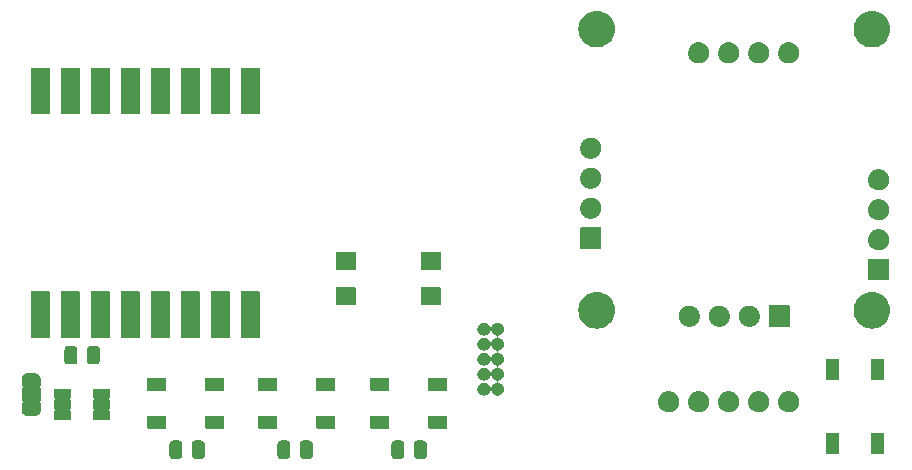
<source format=gbr>
%TF.GenerationSoftware,KiCad,Pcbnew,7.0.11*%
%TF.CreationDate,2024-10-30T13:42:53+11:00*%
%TF.ProjectId,iaq_device,6961715f-6465-4766-9963-652e6b696361,rev?*%
%TF.SameCoordinates,Original*%
%TF.FileFunction,Soldermask,Top*%
%TF.FilePolarity,Negative*%
%FSLAX46Y46*%
G04 Gerber Fmt 4.6, Leading zero omitted, Abs format (unit mm)*
G04 Created by KiCad (PCBNEW 7.0.11) date 2024-10-30 13:42:53*
%MOMM*%
%LPD*%
G01*
G04 APERTURE LIST*
G04 APERTURE END LIST*
G36*
X115827914Y-113404995D02*
G01*
X115842626Y-113411491D01*
X115851628Y-113412917D01*
X115889122Y-113432021D01*
X115929106Y-113449676D01*
X115934647Y-113455217D01*
X115935190Y-113455494D01*
X116001505Y-113521809D01*
X116001781Y-113522351D01*
X116007324Y-113527894D01*
X116024981Y-113567884D01*
X116044082Y-113605371D01*
X116045507Y-113614370D01*
X116052005Y-113629086D01*
X116060000Y-113698000D01*
X116060000Y-114648000D01*
X116052005Y-114716914D01*
X116045507Y-114731630D01*
X116044082Y-114740628D01*
X116024985Y-114778107D01*
X116007324Y-114818106D01*
X116001780Y-114823649D01*
X116001505Y-114824190D01*
X115935190Y-114890505D01*
X115934649Y-114890780D01*
X115929106Y-114896324D01*
X115889107Y-114913985D01*
X115851628Y-114933082D01*
X115842630Y-114934507D01*
X115827914Y-114941005D01*
X115759000Y-114949000D01*
X115259000Y-114949000D01*
X115190086Y-114941005D01*
X115175370Y-114934507D01*
X115166371Y-114933082D01*
X115128884Y-114913981D01*
X115088894Y-114896324D01*
X115083351Y-114890781D01*
X115082809Y-114890505D01*
X115016494Y-114824190D01*
X115016217Y-114823647D01*
X115010676Y-114818106D01*
X114993021Y-114778122D01*
X114973917Y-114740628D01*
X114972491Y-114731626D01*
X114965995Y-114716914D01*
X114958000Y-114648000D01*
X114958000Y-113698000D01*
X114965995Y-113629086D01*
X114972491Y-113614373D01*
X114973917Y-113605371D01*
X114993024Y-113567870D01*
X115010676Y-113527894D01*
X115016216Y-113522353D01*
X115016494Y-113521809D01*
X115082809Y-113455494D01*
X115083353Y-113455216D01*
X115088894Y-113449676D01*
X115128870Y-113432024D01*
X115166371Y-113412917D01*
X115175373Y-113411491D01*
X115190086Y-113404995D01*
X115259000Y-113397000D01*
X115759000Y-113397000D01*
X115827914Y-113404995D01*
G37*
G36*
X117727914Y-113404995D02*
G01*
X117742626Y-113411491D01*
X117751628Y-113412917D01*
X117789122Y-113432021D01*
X117829106Y-113449676D01*
X117834647Y-113455217D01*
X117835190Y-113455494D01*
X117901505Y-113521809D01*
X117901781Y-113522351D01*
X117907324Y-113527894D01*
X117924981Y-113567884D01*
X117944082Y-113605371D01*
X117945507Y-113614370D01*
X117952005Y-113629086D01*
X117960000Y-113698000D01*
X117960000Y-114648000D01*
X117952005Y-114716914D01*
X117945507Y-114731630D01*
X117944082Y-114740628D01*
X117924985Y-114778107D01*
X117907324Y-114818106D01*
X117901780Y-114823649D01*
X117901505Y-114824190D01*
X117835190Y-114890505D01*
X117834649Y-114890780D01*
X117829106Y-114896324D01*
X117789107Y-114913985D01*
X117751628Y-114933082D01*
X117742630Y-114934507D01*
X117727914Y-114941005D01*
X117659000Y-114949000D01*
X117159000Y-114949000D01*
X117090086Y-114941005D01*
X117075370Y-114934507D01*
X117066371Y-114933082D01*
X117028884Y-114913981D01*
X116988894Y-114896324D01*
X116983351Y-114890781D01*
X116982809Y-114890505D01*
X116916494Y-114824190D01*
X116916217Y-114823647D01*
X116910676Y-114818106D01*
X116893021Y-114778122D01*
X116873917Y-114740628D01*
X116872491Y-114731626D01*
X116865995Y-114716914D01*
X116858000Y-114648000D01*
X116858000Y-113698000D01*
X116865995Y-113629086D01*
X116872491Y-113614373D01*
X116873917Y-113605371D01*
X116893024Y-113567870D01*
X116910676Y-113527894D01*
X116916216Y-113522353D01*
X116916494Y-113521809D01*
X116982809Y-113455494D01*
X116983353Y-113455216D01*
X116988894Y-113449676D01*
X117028870Y-113432024D01*
X117066371Y-113412917D01*
X117075373Y-113411491D01*
X117090086Y-113404995D01*
X117159000Y-113397000D01*
X117659000Y-113397000D01*
X117727914Y-113404995D01*
G37*
G36*
X124971914Y-113404995D02*
G01*
X124986626Y-113411491D01*
X124995628Y-113412917D01*
X125033122Y-113432021D01*
X125073106Y-113449676D01*
X125078647Y-113455217D01*
X125079190Y-113455494D01*
X125145505Y-113521809D01*
X125145781Y-113522351D01*
X125151324Y-113527894D01*
X125168981Y-113567884D01*
X125188082Y-113605371D01*
X125189507Y-113614370D01*
X125196005Y-113629086D01*
X125204000Y-113698000D01*
X125204000Y-114648000D01*
X125196005Y-114716914D01*
X125189507Y-114731630D01*
X125188082Y-114740628D01*
X125168985Y-114778107D01*
X125151324Y-114818106D01*
X125145780Y-114823649D01*
X125145505Y-114824190D01*
X125079190Y-114890505D01*
X125078649Y-114890780D01*
X125073106Y-114896324D01*
X125033107Y-114913985D01*
X124995628Y-114933082D01*
X124986630Y-114934507D01*
X124971914Y-114941005D01*
X124903000Y-114949000D01*
X124403000Y-114949000D01*
X124334086Y-114941005D01*
X124319370Y-114934507D01*
X124310371Y-114933082D01*
X124272884Y-114913981D01*
X124232894Y-114896324D01*
X124227351Y-114890781D01*
X124226809Y-114890505D01*
X124160494Y-114824190D01*
X124160217Y-114823647D01*
X124154676Y-114818106D01*
X124137021Y-114778122D01*
X124117917Y-114740628D01*
X124116491Y-114731626D01*
X124109995Y-114716914D01*
X124102000Y-114648000D01*
X124102000Y-113698000D01*
X124109995Y-113629086D01*
X124116491Y-113614373D01*
X124117917Y-113605371D01*
X124137024Y-113567870D01*
X124154676Y-113527894D01*
X124160216Y-113522353D01*
X124160494Y-113521809D01*
X124226809Y-113455494D01*
X124227353Y-113455216D01*
X124232894Y-113449676D01*
X124272870Y-113432024D01*
X124310371Y-113412917D01*
X124319373Y-113411491D01*
X124334086Y-113404995D01*
X124403000Y-113397000D01*
X124903000Y-113397000D01*
X124971914Y-113404995D01*
G37*
G36*
X126871914Y-113404995D02*
G01*
X126886626Y-113411491D01*
X126895628Y-113412917D01*
X126933122Y-113432021D01*
X126973106Y-113449676D01*
X126978647Y-113455217D01*
X126979190Y-113455494D01*
X127045505Y-113521809D01*
X127045781Y-113522351D01*
X127051324Y-113527894D01*
X127068981Y-113567884D01*
X127088082Y-113605371D01*
X127089507Y-113614370D01*
X127096005Y-113629086D01*
X127104000Y-113698000D01*
X127104000Y-114648000D01*
X127096005Y-114716914D01*
X127089507Y-114731630D01*
X127088082Y-114740628D01*
X127068985Y-114778107D01*
X127051324Y-114818106D01*
X127045780Y-114823649D01*
X127045505Y-114824190D01*
X126979190Y-114890505D01*
X126978649Y-114890780D01*
X126973106Y-114896324D01*
X126933107Y-114913985D01*
X126895628Y-114933082D01*
X126886630Y-114934507D01*
X126871914Y-114941005D01*
X126803000Y-114949000D01*
X126303000Y-114949000D01*
X126234086Y-114941005D01*
X126219370Y-114934507D01*
X126210371Y-114933082D01*
X126172884Y-114913981D01*
X126132894Y-114896324D01*
X126127351Y-114890781D01*
X126126809Y-114890505D01*
X126060494Y-114824190D01*
X126060217Y-114823647D01*
X126054676Y-114818106D01*
X126037021Y-114778122D01*
X126017917Y-114740628D01*
X126016491Y-114731626D01*
X126009995Y-114716914D01*
X126002000Y-114648000D01*
X126002000Y-113698000D01*
X126009995Y-113629086D01*
X126016491Y-113614373D01*
X126017917Y-113605371D01*
X126037024Y-113567870D01*
X126054676Y-113527894D01*
X126060216Y-113522353D01*
X126060494Y-113521809D01*
X126126809Y-113455494D01*
X126127353Y-113455216D01*
X126132894Y-113449676D01*
X126172870Y-113432024D01*
X126210371Y-113412917D01*
X126219373Y-113411491D01*
X126234086Y-113404995D01*
X126303000Y-113397000D01*
X126803000Y-113397000D01*
X126871914Y-113404995D01*
G37*
G36*
X134623914Y-113404995D02*
G01*
X134638626Y-113411491D01*
X134647628Y-113412917D01*
X134685122Y-113432021D01*
X134725106Y-113449676D01*
X134730647Y-113455217D01*
X134731190Y-113455494D01*
X134797505Y-113521809D01*
X134797781Y-113522351D01*
X134803324Y-113527894D01*
X134820981Y-113567884D01*
X134840082Y-113605371D01*
X134841507Y-113614370D01*
X134848005Y-113629086D01*
X134856000Y-113698000D01*
X134856000Y-114648000D01*
X134848005Y-114716914D01*
X134841507Y-114731630D01*
X134840082Y-114740628D01*
X134820985Y-114778107D01*
X134803324Y-114818106D01*
X134797780Y-114823649D01*
X134797505Y-114824190D01*
X134731190Y-114890505D01*
X134730649Y-114890780D01*
X134725106Y-114896324D01*
X134685107Y-114913985D01*
X134647628Y-114933082D01*
X134638630Y-114934507D01*
X134623914Y-114941005D01*
X134555000Y-114949000D01*
X134055000Y-114949000D01*
X133986086Y-114941005D01*
X133971370Y-114934507D01*
X133962371Y-114933082D01*
X133924884Y-114913981D01*
X133884894Y-114896324D01*
X133879351Y-114890781D01*
X133878809Y-114890505D01*
X133812494Y-114824190D01*
X133812217Y-114823647D01*
X133806676Y-114818106D01*
X133789021Y-114778122D01*
X133769917Y-114740628D01*
X133768491Y-114731626D01*
X133761995Y-114716914D01*
X133754000Y-114648000D01*
X133754000Y-113698000D01*
X133761995Y-113629086D01*
X133768491Y-113614373D01*
X133769917Y-113605371D01*
X133789024Y-113567870D01*
X133806676Y-113527894D01*
X133812216Y-113522353D01*
X133812494Y-113521809D01*
X133878809Y-113455494D01*
X133879353Y-113455216D01*
X133884894Y-113449676D01*
X133924870Y-113432024D01*
X133962371Y-113412917D01*
X133971373Y-113411491D01*
X133986086Y-113404995D01*
X134055000Y-113397000D01*
X134555000Y-113397000D01*
X134623914Y-113404995D01*
G37*
G36*
X136523914Y-113404995D02*
G01*
X136538626Y-113411491D01*
X136547628Y-113412917D01*
X136585122Y-113432021D01*
X136625106Y-113449676D01*
X136630647Y-113455217D01*
X136631190Y-113455494D01*
X136697505Y-113521809D01*
X136697781Y-113522351D01*
X136703324Y-113527894D01*
X136720981Y-113567884D01*
X136740082Y-113605371D01*
X136741507Y-113614370D01*
X136748005Y-113629086D01*
X136756000Y-113698000D01*
X136756000Y-114648000D01*
X136748005Y-114716914D01*
X136741507Y-114731630D01*
X136740082Y-114740628D01*
X136720985Y-114778107D01*
X136703324Y-114818106D01*
X136697780Y-114823649D01*
X136697505Y-114824190D01*
X136631190Y-114890505D01*
X136630649Y-114890780D01*
X136625106Y-114896324D01*
X136585107Y-114913985D01*
X136547628Y-114933082D01*
X136538630Y-114934507D01*
X136523914Y-114941005D01*
X136455000Y-114949000D01*
X135955000Y-114949000D01*
X135886086Y-114941005D01*
X135871370Y-114934507D01*
X135862371Y-114933082D01*
X135824884Y-114913981D01*
X135784894Y-114896324D01*
X135779351Y-114890781D01*
X135778809Y-114890505D01*
X135712494Y-114824190D01*
X135712217Y-114823647D01*
X135706676Y-114818106D01*
X135689021Y-114778122D01*
X135669917Y-114740628D01*
X135668491Y-114731626D01*
X135661995Y-114716914D01*
X135654000Y-114648000D01*
X135654000Y-113698000D01*
X135661995Y-113629086D01*
X135668491Y-113614373D01*
X135669917Y-113605371D01*
X135689024Y-113567870D01*
X135706676Y-113527894D01*
X135712216Y-113522353D01*
X135712494Y-113521809D01*
X135778809Y-113455494D01*
X135779353Y-113455216D01*
X135784894Y-113449676D01*
X135824870Y-113432024D01*
X135862371Y-113412917D01*
X135871373Y-113411491D01*
X135886086Y-113404995D01*
X135955000Y-113397000D01*
X136455000Y-113397000D01*
X136523914Y-113404995D01*
G37*
G36*
X171588517Y-112767882D02*
G01*
X171605062Y-112778938D01*
X171616118Y-112795483D01*
X171620000Y-112815000D01*
X171620000Y-114515000D01*
X171616118Y-114534517D01*
X171605062Y-114551062D01*
X171588517Y-114562118D01*
X171569000Y-114566000D01*
X170569000Y-114566000D01*
X170549483Y-114562118D01*
X170532938Y-114551062D01*
X170521882Y-114534517D01*
X170518000Y-114515000D01*
X170518000Y-112815000D01*
X170521882Y-112795483D01*
X170532938Y-112778938D01*
X170549483Y-112767882D01*
X170569000Y-112764000D01*
X171569000Y-112764000D01*
X171588517Y-112767882D01*
G37*
G36*
X175388517Y-112767882D02*
G01*
X175405062Y-112778938D01*
X175416118Y-112795483D01*
X175420000Y-112815000D01*
X175420000Y-114515000D01*
X175416118Y-114534517D01*
X175405062Y-114551062D01*
X175388517Y-114562118D01*
X175369000Y-114566000D01*
X174369000Y-114566000D01*
X174349483Y-114562118D01*
X174332938Y-114551062D01*
X174321882Y-114534517D01*
X174318000Y-114515000D01*
X174318000Y-112815000D01*
X174321882Y-112795483D01*
X174332938Y-112778938D01*
X174349483Y-112767882D01*
X174369000Y-112764000D01*
X175369000Y-112764000D01*
X175388517Y-112767882D01*
G37*
G36*
X114659517Y-111288882D02*
G01*
X114676062Y-111299938D01*
X114687118Y-111316483D01*
X114691000Y-111336000D01*
X114691000Y-112336000D01*
X114687118Y-112355517D01*
X114676062Y-112372062D01*
X114659517Y-112383118D01*
X114640000Y-112387000D01*
X113140000Y-112387000D01*
X113120483Y-112383118D01*
X113103938Y-112372062D01*
X113092882Y-112355517D01*
X113089000Y-112336000D01*
X113089000Y-111336000D01*
X113092882Y-111316483D01*
X113103938Y-111299938D01*
X113120483Y-111288882D01*
X113140000Y-111285000D01*
X114640000Y-111285000D01*
X114659517Y-111288882D01*
G37*
G36*
X119559517Y-111288882D02*
G01*
X119576062Y-111299938D01*
X119587118Y-111316483D01*
X119591000Y-111336000D01*
X119591000Y-112336000D01*
X119587118Y-112355517D01*
X119576062Y-112372062D01*
X119559517Y-112383118D01*
X119540000Y-112387000D01*
X118040000Y-112387000D01*
X118020483Y-112383118D01*
X118003938Y-112372062D01*
X117992882Y-112355517D01*
X117989000Y-112336000D01*
X117989000Y-111336000D01*
X117992882Y-111316483D01*
X118003938Y-111299938D01*
X118020483Y-111288882D01*
X118040000Y-111285000D01*
X119540000Y-111285000D01*
X119559517Y-111288882D01*
G37*
G36*
X124049517Y-111288882D02*
G01*
X124066062Y-111299938D01*
X124077118Y-111316483D01*
X124081000Y-111336000D01*
X124081000Y-112336000D01*
X124077118Y-112355517D01*
X124066062Y-112372062D01*
X124049517Y-112383118D01*
X124030000Y-112387000D01*
X122530000Y-112387000D01*
X122510483Y-112383118D01*
X122493938Y-112372062D01*
X122482882Y-112355517D01*
X122479000Y-112336000D01*
X122479000Y-111336000D01*
X122482882Y-111316483D01*
X122493938Y-111299938D01*
X122510483Y-111288882D01*
X122530000Y-111285000D01*
X124030000Y-111285000D01*
X124049517Y-111288882D01*
G37*
G36*
X128949517Y-111288882D02*
G01*
X128966062Y-111299938D01*
X128977118Y-111316483D01*
X128981000Y-111336000D01*
X128981000Y-112336000D01*
X128977118Y-112355517D01*
X128966062Y-112372062D01*
X128949517Y-112383118D01*
X128930000Y-112387000D01*
X127430000Y-112387000D01*
X127410483Y-112383118D01*
X127393938Y-112372062D01*
X127382882Y-112355517D01*
X127379000Y-112336000D01*
X127379000Y-111336000D01*
X127382882Y-111316483D01*
X127393938Y-111299938D01*
X127410483Y-111288882D01*
X127430000Y-111285000D01*
X128930000Y-111285000D01*
X128949517Y-111288882D01*
G37*
G36*
X133547517Y-111288882D02*
G01*
X133564062Y-111299938D01*
X133575118Y-111316483D01*
X133579000Y-111336000D01*
X133579000Y-112336000D01*
X133575118Y-112355517D01*
X133564062Y-112372062D01*
X133547517Y-112383118D01*
X133528000Y-112387000D01*
X132028000Y-112387000D01*
X132008483Y-112383118D01*
X131991938Y-112372062D01*
X131980882Y-112355517D01*
X131977000Y-112336000D01*
X131977000Y-111336000D01*
X131980882Y-111316483D01*
X131991938Y-111299938D01*
X132008483Y-111288882D01*
X132028000Y-111285000D01*
X133528000Y-111285000D01*
X133547517Y-111288882D01*
G37*
G36*
X138447517Y-111288882D02*
G01*
X138464062Y-111299938D01*
X138475118Y-111316483D01*
X138479000Y-111336000D01*
X138479000Y-112336000D01*
X138475118Y-112355517D01*
X138464062Y-112372062D01*
X138447517Y-112383118D01*
X138428000Y-112387000D01*
X136928000Y-112387000D01*
X136908483Y-112383118D01*
X136891938Y-112372062D01*
X136880882Y-112355517D01*
X136877000Y-112336000D01*
X136877000Y-111336000D01*
X136880882Y-111316483D01*
X136891938Y-111299938D01*
X136908483Y-111288882D01*
X136928000Y-111285000D01*
X138428000Y-111285000D01*
X138447517Y-111288882D01*
G37*
G36*
X106569517Y-109002882D02*
G01*
X106586062Y-109013938D01*
X106597118Y-109030483D01*
X106601000Y-109050000D01*
X106601000Y-109750000D01*
X106597118Y-109769517D01*
X106586062Y-109786062D01*
X106569517Y-109797118D01*
X106564590Y-109798097D01*
X106529493Y-109821550D01*
X106529493Y-109928450D01*
X106564591Y-109951902D01*
X106569517Y-109952882D01*
X106586062Y-109963938D01*
X106597118Y-109980483D01*
X106601000Y-110000000D01*
X106601000Y-110700000D01*
X106597118Y-110719517D01*
X106586062Y-110736062D01*
X106569517Y-110747118D01*
X106564590Y-110748097D01*
X106529493Y-110771550D01*
X106529493Y-110878450D01*
X106564591Y-110901902D01*
X106569517Y-110902882D01*
X106586062Y-110913938D01*
X106597118Y-110930483D01*
X106601000Y-110950000D01*
X106601000Y-111650000D01*
X106597118Y-111669517D01*
X106586062Y-111686062D01*
X106569517Y-111697118D01*
X106550000Y-111701000D01*
X105250000Y-111701000D01*
X105230483Y-111697118D01*
X105213938Y-111686062D01*
X105202882Y-111669517D01*
X105199000Y-111650000D01*
X105199000Y-110950000D01*
X105202882Y-110930483D01*
X105213938Y-110913938D01*
X105230483Y-110902882D01*
X105235405Y-110901902D01*
X105270506Y-110878449D01*
X105270506Y-110771551D01*
X105235407Y-110748097D01*
X105230483Y-110747118D01*
X105213938Y-110736062D01*
X105202882Y-110719517D01*
X105199000Y-110700000D01*
X105199000Y-110000000D01*
X105202882Y-109980483D01*
X105213938Y-109963938D01*
X105230483Y-109952882D01*
X105235405Y-109951902D01*
X105270506Y-109928449D01*
X105270506Y-109821551D01*
X105235407Y-109798097D01*
X105230483Y-109797118D01*
X105213938Y-109786062D01*
X105202882Y-109769517D01*
X105199000Y-109750000D01*
X105199000Y-109050000D01*
X105202882Y-109030483D01*
X105213938Y-109013938D01*
X105230483Y-109002882D01*
X105250000Y-108999000D01*
X106550000Y-108999000D01*
X106569517Y-109002882D01*
G37*
G36*
X109869517Y-109002882D02*
G01*
X109886062Y-109013938D01*
X109897118Y-109030483D01*
X109901000Y-109050000D01*
X109901000Y-109750000D01*
X109897118Y-109769517D01*
X109886062Y-109786062D01*
X109869517Y-109797118D01*
X109864590Y-109798097D01*
X109829493Y-109821550D01*
X109829493Y-109928450D01*
X109864591Y-109951902D01*
X109869517Y-109952882D01*
X109886062Y-109963938D01*
X109897118Y-109980483D01*
X109901000Y-110000000D01*
X109901000Y-110700000D01*
X109897118Y-110719517D01*
X109886062Y-110736062D01*
X109869517Y-110747118D01*
X109864590Y-110748097D01*
X109829493Y-110771550D01*
X109829493Y-110878450D01*
X109864591Y-110901902D01*
X109869517Y-110902882D01*
X109886062Y-110913938D01*
X109897118Y-110930483D01*
X109901000Y-110950000D01*
X109901000Y-111650000D01*
X109897118Y-111669517D01*
X109886062Y-111686062D01*
X109869517Y-111697118D01*
X109850000Y-111701000D01*
X108550000Y-111701000D01*
X108530483Y-111697118D01*
X108513938Y-111686062D01*
X108502882Y-111669517D01*
X108499000Y-111650000D01*
X108499000Y-110950000D01*
X108502882Y-110930483D01*
X108513938Y-110913938D01*
X108530483Y-110902882D01*
X108535405Y-110901902D01*
X108570506Y-110878449D01*
X108570506Y-110771551D01*
X108535407Y-110748097D01*
X108530483Y-110747118D01*
X108513938Y-110736062D01*
X108502882Y-110719517D01*
X108499000Y-110700000D01*
X108499000Y-110000000D01*
X108502882Y-109980483D01*
X108513938Y-109963938D01*
X108530483Y-109952882D01*
X108535405Y-109951902D01*
X108570506Y-109928449D01*
X108570506Y-109821551D01*
X108535407Y-109798097D01*
X108530483Y-109797118D01*
X108513938Y-109786062D01*
X108502882Y-109769517D01*
X108499000Y-109750000D01*
X108499000Y-109050000D01*
X108502882Y-109030483D01*
X108513938Y-109013938D01*
X108530483Y-109002882D01*
X108550000Y-108999000D01*
X109850000Y-108999000D01*
X109869517Y-109002882D01*
G37*
G36*
X103508258Y-107653519D02*
G01*
X103511791Y-107654027D01*
X103642042Y-107672754D01*
X103642046Y-107672755D01*
X103649124Y-107673773D01*
X103663052Y-107677863D01*
X103669555Y-107680833D01*
X103669562Y-107680835D01*
X103785995Y-107734007D01*
X103786003Y-107734012D01*
X103792506Y-107736982D01*
X103804718Y-107744830D01*
X103912273Y-107838027D01*
X103921779Y-107848997D01*
X103998720Y-107968719D01*
X104004750Y-107981924D01*
X104044845Y-108118475D01*
X104046911Y-108132843D01*
X104046911Y-108182676D01*
X104048118Y-108184483D01*
X104052000Y-108204000D01*
X104052000Y-108754000D01*
X104048118Y-108773517D01*
X104037062Y-108790062D01*
X104020517Y-108801118D01*
X104015590Y-108802097D01*
X103980493Y-108825550D01*
X103980493Y-108932450D01*
X104015591Y-108955902D01*
X104020517Y-108956882D01*
X104037062Y-108967938D01*
X104048118Y-108984483D01*
X104052000Y-109004000D01*
X104052000Y-110004000D01*
X104048118Y-110023517D01*
X104037062Y-110040062D01*
X104020517Y-110051118D01*
X104015590Y-110052097D01*
X103980493Y-110075550D01*
X103980493Y-110182450D01*
X104015591Y-110205902D01*
X104020517Y-110206882D01*
X104037062Y-110217938D01*
X104048118Y-110234483D01*
X104052000Y-110254000D01*
X104052000Y-110804000D01*
X104048118Y-110823517D01*
X104046911Y-110825323D01*
X104046911Y-110875157D01*
X104044845Y-110889525D01*
X104004750Y-111026076D01*
X103998720Y-111039281D01*
X103921779Y-111159003D01*
X103912273Y-111169973D01*
X103804718Y-111263170D01*
X103792506Y-111271018D01*
X103785998Y-111273990D01*
X103785995Y-111273992D01*
X103691313Y-111317231D01*
X103663052Y-111330137D01*
X103649124Y-111334227D01*
X103508258Y-111354481D01*
X103501000Y-111355000D01*
X103497431Y-111355000D01*
X103004569Y-111355000D01*
X103001000Y-111355000D01*
X102993742Y-111354481D01*
X102852876Y-111334227D01*
X102838948Y-111330137D01*
X102832439Y-111327164D01*
X102832437Y-111327164D01*
X102716004Y-111273992D01*
X102715998Y-111273988D01*
X102709494Y-111271018D01*
X102697282Y-111263170D01*
X102589727Y-111169973D01*
X102580221Y-111159003D01*
X102503280Y-111039281D01*
X102497250Y-111026076D01*
X102479581Y-110965902D01*
X102459170Y-110896389D01*
X102459169Y-110896385D01*
X102457155Y-110889525D01*
X102455089Y-110875157D01*
X102455089Y-110825323D01*
X102453882Y-110823517D01*
X102450000Y-110804000D01*
X102450000Y-110254000D01*
X102453882Y-110234483D01*
X102464938Y-110217938D01*
X102481483Y-110206882D01*
X102486405Y-110205902D01*
X102521506Y-110182449D01*
X102521506Y-110075551D01*
X102486407Y-110052097D01*
X102481483Y-110051118D01*
X102464938Y-110040062D01*
X102453882Y-110023517D01*
X102450000Y-110004000D01*
X102450000Y-109004000D01*
X102453882Y-108984483D01*
X102464938Y-108967938D01*
X102481483Y-108956882D01*
X102486405Y-108955902D01*
X102521506Y-108932449D01*
X102521506Y-108825551D01*
X102486407Y-108802097D01*
X102481483Y-108801118D01*
X102464938Y-108790062D01*
X102453882Y-108773517D01*
X102450000Y-108754000D01*
X102450000Y-108204000D01*
X102453882Y-108184483D01*
X102455089Y-108182676D01*
X102455089Y-108132843D01*
X102457155Y-108118475D01*
X102459169Y-108111614D01*
X102459170Y-108111610D01*
X102495235Y-107988786D01*
X102495235Y-107988785D01*
X102497250Y-107981924D01*
X102503280Y-107968719D01*
X102531628Y-107924609D01*
X102576355Y-107855012D01*
X102576356Y-107855010D01*
X102580221Y-107848997D01*
X102589727Y-107838027D01*
X102595130Y-107833345D01*
X102595132Y-107833343D01*
X102691873Y-107749516D01*
X102691877Y-107749513D01*
X102697282Y-107744830D01*
X102709494Y-107736982D01*
X102715993Y-107734013D01*
X102716004Y-107734007D01*
X102832437Y-107680835D01*
X102832445Y-107680832D01*
X102838948Y-107677863D01*
X102852876Y-107673773D01*
X102859951Y-107672755D01*
X102859957Y-107672754D01*
X102990208Y-107654027D01*
X102990209Y-107654026D01*
X102993742Y-107653519D01*
X103001000Y-107653000D01*
X103501000Y-107653000D01*
X103508258Y-107653519D01*
G37*
G36*
X157271212Y-109212936D02*
G01*
X157320180Y-109212936D01*
X157362462Y-109221923D01*
X157401680Y-109225786D01*
X157450946Y-109240731D01*
X157504424Y-109252098D01*
X157538647Y-109267335D01*
X157570613Y-109277032D01*
X157621409Y-109304183D01*
X157676500Y-109328711D01*
X157702112Y-109347319D01*
X157726298Y-109360247D01*
X157775635Y-109400737D01*
X157828887Y-109439427D01*
X157846177Y-109458630D01*
X157862760Y-109472239D01*
X157907322Y-109526538D01*
X157954924Y-109579405D01*
X157964924Y-109596725D01*
X157974752Y-109608701D01*
X158011109Y-109676721D01*
X158049104Y-109742530D01*
X158053474Y-109755981D01*
X158057967Y-109764386D01*
X158082740Y-109846051D01*
X158107311Y-109921672D01*
X158108175Y-109929899D01*
X158109213Y-109933319D01*
X158119307Y-110035815D01*
X158127000Y-110109000D01*
X158119307Y-110182190D01*
X158109213Y-110284680D01*
X158108175Y-110288098D01*
X158107311Y-110296328D01*
X158082735Y-110371962D01*
X158057967Y-110453613D01*
X158053475Y-110462016D01*
X158049104Y-110475470D01*
X158011102Y-110541290D01*
X157974752Y-110609298D01*
X157964926Y-110621270D01*
X157954924Y-110638595D01*
X157907312Y-110691472D01*
X157862760Y-110745760D01*
X157846181Y-110759366D01*
X157828887Y-110778573D01*
X157775624Y-110817270D01*
X157726298Y-110857752D01*
X157702117Y-110870676D01*
X157676500Y-110889289D01*
X157621398Y-110913821D01*
X157570613Y-110940967D01*
X157538654Y-110950661D01*
X157504424Y-110965902D01*
X157450935Y-110977271D01*
X157401680Y-110992213D01*
X157362471Y-110996074D01*
X157320180Y-111005064D01*
X157271202Y-111005064D01*
X157226000Y-111009516D01*
X157180798Y-111005064D01*
X157131820Y-111005064D01*
X157089529Y-110996074D01*
X157050319Y-110992213D01*
X157001060Y-110977270D01*
X156947576Y-110965902D01*
X156913347Y-110950662D01*
X156881386Y-110940967D01*
X156830595Y-110913819D01*
X156775500Y-110889289D01*
X156749885Y-110870678D01*
X156725701Y-110857752D01*
X156676366Y-110817264D01*
X156623113Y-110778573D01*
X156605821Y-110759369D01*
X156589239Y-110745760D01*
X156544675Y-110691459D01*
X156497076Y-110638595D01*
X156487076Y-110621275D01*
X156477247Y-110609298D01*
X156440884Y-110541267D01*
X156402896Y-110475470D01*
X156398526Y-110462020D01*
X156394032Y-110453613D01*
X156369249Y-110371916D01*
X156344689Y-110296328D01*
X156343824Y-110288103D01*
X156342786Y-110284680D01*
X156332676Y-110182039D01*
X156325000Y-110109000D01*
X156332676Y-110035966D01*
X156342786Y-109933319D01*
X156343824Y-109929894D01*
X156344689Y-109921672D01*
X156369244Y-109846098D01*
X156394032Y-109764386D01*
X156398526Y-109755976D01*
X156402896Y-109742530D01*
X156440876Y-109676744D01*
X156477247Y-109608701D01*
X156487078Y-109596721D01*
X156497076Y-109579405D01*
X156544666Y-109526550D01*
X156589239Y-109472239D01*
X156605825Y-109458626D01*
X156623113Y-109439427D01*
X156676356Y-109400743D01*
X156725701Y-109360247D01*
X156749890Y-109347317D01*
X156775500Y-109328711D01*
X156830584Y-109304185D01*
X156881386Y-109277032D01*
X156913354Y-109267334D01*
X156947576Y-109252098D01*
X157001049Y-109240731D01*
X157050319Y-109225786D01*
X157089537Y-109221923D01*
X157131820Y-109212936D01*
X157180788Y-109212936D01*
X157226000Y-109208483D01*
X157271212Y-109212936D01*
G37*
G36*
X159811212Y-109212936D02*
G01*
X159860180Y-109212936D01*
X159902462Y-109221923D01*
X159941680Y-109225786D01*
X159990946Y-109240731D01*
X160044424Y-109252098D01*
X160078647Y-109267335D01*
X160110613Y-109277032D01*
X160161409Y-109304183D01*
X160216500Y-109328711D01*
X160242112Y-109347319D01*
X160266298Y-109360247D01*
X160315635Y-109400737D01*
X160368887Y-109439427D01*
X160386177Y-109458630D01*
X160402760Y-109472239D01*
X160447322Y-109526538D01*
X160494924Y-109579405D01*
X160504924Y-109596725D01*
X160514752Y-109608701D01*
X160551109Y-109676721D01*
X160589104Y-109742530D01*
X160593474Y-109755981D01*
X160597967Y-109764386D01*
X160622740Y-109846051D01*
X160647311Y-109921672D01*
X160648175Y-109929899D01*
X160649213Y-109933319D01*
X160659307Y-110035815D01*
X160667000Y-110109000D01*
X160659307Y-110182190D01*
X160649213Y-110284680D01*
X160648175Y-110288098D01*
X160647311Y-110296328D01*
X160622735Y-110371962D01*
X160597967Y-110453613D01*
X160593475Y-110462016D01*
X160589104Y-110475470D01*
X160551102Y-110541290D01*
X160514752Y-110609298D01*
X160504926Y-110621270D01*
X160494924Y-110638595D01*
X160447312Y-110691472D01*
X160402760Y-110745760D01*
X160386181Y-110759366D01*
X160368887Y-110778573D01*
X160315624Y-110817270D01*
X160266298Y-110857752D01*
X160242117Y-110870676D01*
X160216500Y-110889289D01*
X160161398Y-110913821D01*
X160110613Y-110940967D01*
X160078654Y-110950661D01*
X160044424Y-110965902D01*
X159990935Y-110977271D01*
X159941680Y-110992213D01*
X159902471Y-110996074D01*
X159860180Y-111005064D01*
X159811202Y-111005064D01*
X159766000Y-111009516D01*
X159720798Y-111005064D01*
X159671820Y-111005064D01*
X159629529Y-110996074D01*
X159590319Y-110992213D01*
X159541060Y-110977270D01*
X159487576Y-110965902D01*
X159453347Y-110950662D01*
X159421386Y-110940967D01*
X159370595Y-110913819D01*
X159315500Y-110889289D01*
X159289885Y-110870678D01*
X159265701Y-110857752D01*
X159216366Y-110817264D01*
X159163113Y-110778573D01*
X159145821Y-110759369D01*
X159129239Y-110745760D01*
X159084675Y-110691459D01*
X159037076Y-110638595D01*
X159027076Y-110621275D01*
X159017247Y-110609298D01*
X158980884Y-110541267D01*
X158942896Y-110475470D01*
X158938526Y-110462020D01*
X158934032Y-110453613D01*
X158909249Y-110371916D01*
X158884689Y-110296328D01*
X158883824Y-110288103D01*
X158882786Y-110284680D01*
X158872676Y-110182039D01*
X158865000Y-110109000D01*
X158872676Y-110035966D01*
X158882786Y-109933319D01*
X158883824Y-109929894D01*
X158884689Y-109921672D01*
X158909244Y-109846098D01*
X158934032Y-109764386D01*
X158938526Y-109755976D01*
X158942896Y-109742530D01*
X158980876Y-109676744D01*
X159017247Y-109608701D01*
X159027078Y-109596721D01*
X159037076Y-109579405D01*
X159084666Y-109526550D01*
X159129239Y-109472239D01*
X159145825Y-109458626D01*
X159163113Y-109439427D01*
X159216356Y-109400743D01*
X159265701Y-109360247D01*
X159289890Y-109347317D01*
X159315500Y-109328711D01*
X159370584Y-109304185D01*
X159421386Y-109277032D01*
X159453354Y-109267334D01*
X159487576Y-109252098D01*
X159541049Y-109240731D01*
X159590319Y-109225786D01*
X159629537Y-109221923D01*
X159671820Y-109212936D01*
X159720788Y-109212936D01*
X159766000Y-109208483D01*
X159811212Y-109212936D01*
G37*
G36*
X162351212Y-109212936D02*
G01*
X162400180Y-109212936D01*
X162442462Y-109221923D01*
X162481680Y-109225786D01*
X162530946Y-109240731D01*
X162584424Y-109252098D01*
X162618647Y-109267335D01*
X162650613Y-109277032D01*
X162701409Y-109304183D01*
X162756500Y-109328711D01*
X162782112Y-109347319D01*
X162806298Y-109360247D01*
X162855635Y-109400737D01*
X162908887Y-109439427D01*
X162926177Y-109458630D01*
X162942760Y-109472239D01*
X162987322Y-109526538D01*
X163034924Y-109579405D01*
X163044924Y-109596725D01*
X163054752Y-109608701D01*
X163091109Y-109676721D01*
X163129104Y-109742530D01*
X163133474Y-109755981D01*
X163137967Y-109764386D01*
X163162740Y-109846051D01*
X163187311Y-109921672D01*
X163188175Y-109929899D01*
X163189213Y-109933319D01*
X163199307Y-110035815D01*
X163207000Y-110109000D01*
X163199307Y-110182190D01*
X163189213Y-110284680D01*
X163188175Y-110288098D01*
X163187311Y-110296328D01*
X163162735Y-110371962D01*
X163137967Y-110453613D01*
X163133475Y-110462016D01*
X163129104Y-110475470D01*
X163091102Y-110541290D01*
X163054752Y-110609298D01*
X163044926Y-110621270D01*
X163034924Y-110638595D01*
X162987312Y-110691472D01*
X162942760Y-110745760D01*
X162926181Y-110759366D01*
X162908887Y-110778573D01*
X162855624Y-110817270D01*
X162806298Y-110857752D01*
X162782117Y-110870676D01*
X162756500Y-110889289D01*
X162701398Y-110913821D01*
X162650613Y-110940967D01*
X162618654Y-110950661D01*
X162584424Y-110965902D01*
X162530935Y-110977271D01*
X162481680Y-110992213D01*
X162442471Y-110996074D01*
X162400180Y-111005064D01*
X162351202Y-111005064D01*
X162306000Y-111009516D01*
X162260798Y-111005064D01*
X162211820Y-111005064D01*
X162169529Y-110996074D01*
X162130319Y-110992213D01*
X162081060Y-110977270D01*
X162027576Y-110965902D01*
X161993347Y-110950662D01*
X161961386Y-110940967D01*
X161910595Y-110913819D01*
X161855500Y-110889289D01*
X161829885Y-110870678D01*
X161805701Y-110857752D01*
X161756366Y-110817264D01*
X161703113Y-110778573D01*
X161685821Y-110759369D01*
X161669239Y-110745760D01*
X161624675Y-110691459D01*
X161577076Y-110638595D01*
X161567076Y-110621275D01*
X161557247Y-110609298D01*
X161520884Y-110541267D01*
X161482896Y-110475470D01*
X161478526Y-110462020D01*
X161474032Y-110453613D01*
X161449249Y-110371916D01*
X161424689Y-110296328D01*
X161423824Y-110288103D01*
X161422786Y-110284680D01*
X161412676Y-110182039D01*
X161405000Y-110109000D01*
X161412676Y-110035966D01*
X161422786Y-109933319D01*
X161423824Y-109929894D01*
X161424689Y-109921672D01*
X161449244Y-109846098D01*
X161474032Y-109764386D01*
X161478526Y-109755976D01*
X161482896Y-109742530D01*
X161520876Y-109676744D01*
X161557247Y-109608701D01*
X161567078Y-109596721D01*
X161577076Y-109579405D01*
X161624666Y-109526550D01*
X161669239Y-109472239D01*
X161685825Y-109458626D01*
X161703113Y-109439427D01*
X161756356Y-109400743D01*
X161805701Y-109360247D01*
X161829890Y-109347317D01*
X161855500Y-109328711D01*
X161910584Y-109304185D01*
X161961386Y-109277032D01*
X161993354Y-109267334D01*
X162027576Y-109252098D01*
X162081049Y-109240731D01*
X162130319Y-109225786D01*
X162169537Y-109221923D01*
X162211820Y-109212936D01*
X162260788Y-109212936D01*
X162306000Y-109208483D01*
X162351212Y-109212936D01*
G37*
G36*
X164891212Y-109212936D02*
G01*
X164940180Y-109212936D01*
X164982462Y-109221923D01*
X165021680Y-109225786D01*
X165070946Y-109240731D01*
X165124424Y-109252098D01*
X165158647Y-109267335D01*
X165190613Y-109277032D01*
X165241409Y-109304183D01*
X165296500Y-109328711D01*
X165322112Y-109347319D01*
X165346298Y-109360247D01*
X165395635Y-109400737D01*
X165448887Y-109439427D01*
X165466177Y-109458630D01*
X165482760Y-109472239D01*
X165527322Y-109526538D01*
X165574924Y-109579405D01*
X165584924Y-109596725D01*
X165594752Y-109608701D01*
X165631109Y-109676721D01*
X165669104Y-109742530D01*
X165673474Y-109755981D01*
X165677967Y-109764386D01*
X165702740Y-109846051D01*
X165727311Y-109921672D01*
X165728175Y-109929899D01*
X165729213Y-109933319D01*
X165739307Y-110035815D01*
X165747000Y-110109000D01*
X165739307Y-110182190D01*
X165729213Y-110284680D01*
X165728175Y-110288098D01*
X165727311Y-110296328D01*
X165702735Y-110371962D01*
X165677967Y-110453613D01*
X165673475Y-110462016D01*
X165669104Y-110475470D01*
X165631102Y-110541290D01*
X165594752Y-110609298D01*
X165584926Y-110621270D01*
X165574924Y-110638595D01*
X165527312Y-110691472D01*
X165482760Y-110745760D01*
X165466181Y-110759366D01*
X165448887Y-110778573D01*
X165395624Y-110817270D01*
X165346298Y-110857752D01*
X165322117Y-110870676D01*
X165296500Y-110889289D01*
X165241398Y-110913821D01*
X165190613Y-110940967D01*
X165158654Y-110950661D01*
X165124424Y-110965902D01*
X165070935Y-110977271D01*
X165021680Y-110992213D01*
X164982471Y-110996074D01*
X164940180Y-111005064D01*
X164891202Y-111005064D01*
X164846000Y-111009516D01*
X164800798Y-111005064D01*
X164751820Y-111005064D01*
X164709529Y-110996074D01*
X164670319Y-110992213D01*
X164621060Y-110977270D01*
X164567576Y-110965902D01*
X164533347Y-110950662D01*
X164501386Y-110940967D01*
X164450595Y-110913819D01*
X164395500Y-110889289D01*
X164369885Y-110870678D01*
X164345701Y-110857752D01*
X164296366Y-110817264D01*
X164243113Y-110778573D01*
X164225821Y-110759369D01*
X164209239Y-110745760D01*
X164164675Y-110691459D01*
X164117076Y-110638595D01*
X164107076Y-110621275D01*
X164097247Y-110609298D01*
X164060884Y-110541267D01*
X164022896Y-110475470D01*
X164018526Y-110462020D01*
X164014032Y-110453613D01*
X163989249Y-110371916D01*
X163964689Y-110296328D01*
X163963824Y-110288103D01*
X163962786Y-110284680D01*
X163952676Y-110182039D01*
X163945000Y-110109000D01*
X163952676Y-110035966D01*
X163962786Y-109933319D01*
X163963824Y-109929894D01*
X163964689Y-109921672D01*
X163989244Y-109846098D01*
X164014032Y-109764386D01*
X164018526Y-109755976D01*
X164022896Y-109742530D01*
X164060876Y-109676744D01*
X164097247Y-109608701D01*
X164107078Y-109596721D01*
X164117076Y-109579405D01*
X164164666Y-109526550D01*
X164209239Y-109472239D01*
X164225825Y-109458626D01*
X164243113Y-109439427D01*
X164296356Y-109400743D01*
X164345701Y-109360247D01*
X164369890Y-109347317D01*
X164395500Y-109328711D01*
X164450584Y-109304185D01*
X164501386Y-109277032D01*
X164533354Y-109267334D01*
X164567576Y-109252098D01*
X164621049Y-109240731D01*
X164670319Y-109225786D01*
X164709537Y-109221923D01*
X164751820Y-109212936D01*
X164800788Y-109212936D01*
X164846000Y-109208483D01*
X164891212Y-109212936D01*
G37*
G36*
X167431212Y-109212936D02*
G01*
X167480180Y-109212936D01*
X167522462Y-109221923D01*
X167561680Y-109225786D01*
X167610946Y-109240731D01*
X167664424Y-109252098D01*
X167698647Y-109267335D01*
X167730613Y-109277032D01*
X167781409Y-109304183D01*
X167836500Y-109328711D01*
X167862112Y-109347319D01*
X167886298Y-109360247D01*
X167935635Y-109400737D01*
X167988887Y-109439427D01*
X168006177Y-109458630D01*
X168022760Y-109472239D01*
X168067322Y-109526538D01*
X168114924Y-109579405D01*
X168124924Y-109596725D01*
X168134752Y-109608701D01*
X168171109Y-109676721D01*
X168209104Y-109742530D01*
X168213474Y-109755981D01*
X168217967Y-109764386D01*
X168242740Y-109846051D01*
X168267311Y-109921672D01*
X168268175Y-109929899D01*
X168269213Y-109933319D01*
X168279307Y-110035815D01*
X168287000Y-110109000D01*
X168279307Y-110182190D01*
X168269213Y-110284680D01*
X168268175Y-110288098D01*
X168267311Y-110296328D01*
X168242735Y-110371962D01*
X168217967Y-110453613D01*
X168213475Y-110462016D01*
X168209104Y-110475470D01*
X168171102Y-110541290D01*
X168134752Y-110609298D01*
X168124926Y-110621270D01*
X168114924Y-110638595D01*
X168067312Y-110691472D01*
X168022760Y-110745760D01*
X168006181Y-110759366D01*
X167988887Y-110778573D01*
X167935624Y-110817270D01*
X167886298Y-110857752D01*
X167862117Y-110870676D01*
X167836500Y-110889289D01*
X167781398Y-110913821D01*
X167730613Y-110940967D01*
X167698654Y-110950661D01*
X167664424Y-110965902D01*
X167610935Y-110977271D01*
X167561680Y-110992213D01*
X167522471Y-110996074D01*
X167480180Y-111005064D01*
X167431202Y-111005064D01*
X167386000Y-111009516D01*
X167340798Y-111005064D01*
X167291820Y-111005064D01*
X167249529Y-110996074D01*
X167210319Y-110992213D01*
X167161060Y-110977270D01*
X167107576Y-110965902D01*
X167073347Y-110950662D01*
X167041386Y-110940967D01*
X166990595Y-110913819D01*
X166935500Y-110889289D01*
X166909885Y-110870678D01*
X166885701Y-110857752D01*
X166836366Y-110817264D01*
X166783113Y-110778573D01*
X166765821Y-110759369D01*
X166749239Y-110745760D01*
X166704675Y-110691459D01*
X166657076Y-110638595D01*
X166647076Y-110621275D01*
X166637247Y-110609298D01*
X166600884Y-110541267D01*
X166562896Y-110475470D01*
X166558526Y-110462020D01*
X166554032Y-110453613D01*
X166529249Y-110371916D01*
X166504689Y-110296328D01*
X166503824Y-110288103D01*
X166502786Y-110284680D01*
X166492676Y-110182039D01*
X166485000Y-110109000D01*
X166492676Y-110035966D01*
X166502786Y-109933319D01*
X166503824Y-109929894D01*
X166504689Y-109921672D01*
X166529244Y-109846098D01*
X166554032Y-109764386D01*
X166558526Y-109755976D01*
X166562896Y-109742530D01*
X166600876Y-109676744D01*
X166637247Y-109608701D01*
X166647078Y-109596721D01*
X166657076Y-109579405D01*
X166704666Y-109526550D01*
X166749239Y-109472239D01*
X166765825Y-109458626D01*
X166783113Y-109439427D01*
X166836356Y-109400743D01*
X166885701Y-109360247D01*
X166909890Y-109347317D01*
X166935500Y-109328711D01*
X166990584Y-109304185D01*
X167041386Y-109277032D01*
X167073354Y-109267334D01*
X167107576Y-109252098D01*
X167161049Y-109240731D01*
X167210319Y-109225786D01*
X167249537Y-109221923D01*
X167291820Y-109212936D01*
X167340788Y-109212936D01*
X167386000Y-109208483D01*
X167431212Y-109212936D01*
G37*
G36*
X142776057Y-103425747D02*
G01*
X142806328Y-103425747D01*
X142841039Y-103434302D01*
X142882609Y-103439775D01*
X142911061Y-103451560D01*
X142935124Y-103457491D01*
X142971610Y-103476640D01*
X143015500Y-103494820D01*
X143035523Y-103510184D01*
X143052587Y-103519140D01*
X143087473Y-103550046D01*
X143129616Y-103582384D01*
X143141593Y-103597994D01*
X143151878Y-103607105D01*
X143181367Y-103649827D01*
X143217180Y-103696500D01*
X143222578Y-103709532D01*
X143227235Y-103716279D01*
X143247437Y-103769547D01*
X143272225Y-103829391D01*
X143273337Y-103837840D01*
X143274275Y-103840313D01*
X143281540Y-103900148D01*
X143291000Y-103972000D01*
X143281539Y-104043858D01*
X143274275Y-104103686D01*
X143273337Y-104106157D01*
X143272225Y-104114609D01*
X143247432Y-104174463D01*
X143227235Y-104227720D01*
X143222579Y-104234465D01*
X143217180Y-104247500D01*
X143181360Y-104294181D01*
X143151878Y-104336894D01*
X143141596Y-104346002D01*
X143129616Y-104361616D01*
X143087464Y-104393959D01*
X143052587Y-104424859D01*
X143035527Y-104433812D01*
X143015500Y-104449180D01*
X142971601Y-104467363D01*
X142935124Y-104486508D01*
X142911067Y-104492437D01*
X142882609Y-104504225D01*
X142841033Y-104509698D01*
X142764122Y-104528655D01*
X142764122Y-104685345D01*
X142841037Y-104704301D01*
X142882609Y-104709775D01*
X142911061Y-104721560D01*
X142935124Y-104727491D01*
X142971610Y-104746640D01*
X143015500Y-104764820D01*
X143035523Y-104780184D01*
X143052587Y-104789140D01*
X143087473Y-104820046D01*
X143129616Y-104852384D01*
X143141593Y-104867994D01*
X143151878Y-104877105D01*
X143181367Y-104919827D01*
X143217180Y-104966500D01*
X143222578Y-104979532D01*
X143227235Y-104986279D01*
X143247437Y-105039547D01*
X143272225Y-105099391D01*
X143273337Y-105107840D01*
X143274275Y-105110313D01*
X143281540Y-105170148D01*
X143291000Y-105242000D01*
X143281539Y-105313858D01*
X143274275Y-105373686D01*
X143273337Y-105376157D01*
X143272225Y-105384609D01*
X143247432Y-105444463D01*
X143227235Y-105497720D01*
X143222579Y-105504465D01*
X143217180Y-105517500D01*
X143181360Y-105564181D01*
X143151878Y-105606894D01*
X143141596Y-105616002D01*
X143129616Y-105631616D01*
X143087464Y-105663959D01*
X143052587Y-105694859D01*
X143035527Y-105703812D01*
X143015500Y-105719180D01*
X142971601Y-105737363D01*
X142935124Y-105756508D01*
X142911067Y-105762437D01*
X142882609Y-105774225D01*
X142841033Y-105779698D01*
X142764122Y-105798655D01*
X142764122Y-105955345D01*
X142841037Y-105974301D01*
X142882609Y-105979775D01*
X142911061Y-105991560D01*
X142935124Y-105997491D01*
X142971610Y-106016640D01*
X143015500Y-106034820D01*
X143035523Y-106050184D01*
X143052587Y-106059140D01*
X143087473Y-106090046D01*
X143129616Y-106122384D01*
X143141593Y-106137994D01*
X143151878Y-106147105D01*
X143181367Y-106189827D01*
X143217180Y-106236500D01*
X143222578Y-106249532D01*
X143227235Y-106256279D01*
X143247437Y-106309547D01*
X143272225Y-106369391D01*
X143273337Y-106377840D01*
X143274275Y-106380313D01*
X143281540Y-106440148D01*
X143291000Y-106512000D01*
X143281539Y-106583858D01*
X143274275Y-106643686D01*
X143273337Y-106646157D01*
X143272225Y-106654609D01*
X143247432Y-106714463D01*
X143227235Y-106767720D01*
X143222579Y-106774465D01*
X143217180Y-106787500D01*
X143181360Y-106834181D01*
X143151878Y-106876894D01*
X143141596Y-106886002D01*
X143129616Y-106901616D01*
X143087464Y-106933959D01*
X143052587Y-106964859D01*
X143035527Y-106973812D01*
X143015500Y-106989180D01*
X142971601Y-107007363D01*
X142935124Y-107026508D01*
X142911067Y-107032437D01*
X142882609Y-107044225D01*
X142841033Y-107049698D01*
X142764122Y-107068655D01*
X142764122Y-107225345D01*
X142841037Y-107244301D01*
X142882609Y-107249775D01*
X142911061Y-107261560D01*
X142935124Y-107267491D01*
X142971610Y-107286640D01*
X143015500Y-107304820D01*
X143035523Y-107320184D01*
X143052587Y-107329140D01*
X143087473Y-107360046D01*
X143129616Y-107392384D01*
X143141593Y-107407994D01*
X143151878Y-107417105D01*
X143181367Y-107459827D01*
X143217180Y-107506500D01*
X143222578Y-107519532D01*
X143227235Y-107526279D01*
X143247437Y-107579547D01*
X143272225Y-107639391D01*
X143273337Y-107647840D01*
X143274275Y-107650313D01*
X143281540Y-107710148D01*
X143291000Y-107782000D01*
X143281539Y-107853858D01*
X143274275Y-107913686D01*
X143273337Y-107916157D01*
X143272225Y-107924609D01*
X143247432Y-107984463D01*
X143227235Y-108037720D01*
X143222579Y-108044465D01*
X143217180Y-108057500D01*
X143181360Y-108104181D01*
X143151878Y-108146894D01*
X143141596Y-108156002D01*
X143129616Y-108171616D01*
X143087464Y-108203959D01*
X143052587Y-108234859D01*
X143035527Y-108243812D01*
X143015500Y-108259180D01*
X142971601Y-108277363D01*
X142935124Y-108296508D01*
X142911067Y-108302437D01*
X142882609Y-108314225D01*
X142841033Y-108319698D01*
X142764122Y-108338655D01*
X142764122Y-108495345D01*
X142841037Y-108514301D01*
X142882609Y-108519775D01*
X142911061Y-108531560D01*
X142935124Y-108537491D01*
X142971610Y-108556640D01*
X143015500Y-108574820D01*
X143035523Y-108590184D01*
X143052587Y-108599140D01*
X143087473Y-108630046D01*
X143129616Y-108662384D01*
X143141593Y-108677994D01*
X143151878Y-108687105D01*
X143181367Y-108729827D01*
X143217180Y-108776500D01*
X143222578Y-108789532D01*
X143227235Y-108796279D01*
X143247437Y-108849547D01*
X143272225Y-108909391D01*
X143273337Y-108917840D01*
X143274275Y-108920313D01*
X143281540Y-108980148D01*
X143291000Y-109052000D01*
X143281539Y-109123858D01*
X143274275Y-109183686D01*
X143273337Y-109186157D01*
X143272225Y-109194609D01*
X143247432Y-109254463D01*
X143227235Y-109307720D01*
X143222579Y-109314465D01*
X143217180Y-109327500D01*
X143181360Y-109374181D01*
X143151878Y-109416894D01*
X143141596Y-109426002D01*
X143129616Y-109441616D01*
X143087464Y-109473959D01*
X143052587Y-109504859D01*
X143035527Y-109513812D01*
X143015500Y-109529180D01*
X142971601Y-109547363D01*
X142935124Y-109566508D01*
X142911066Y-109572437D01*
X142882609Y-109584225D01*
X142841036Y-109589698D01*
X142806328Y-109598253D01*
X142776057Y-109598253D01*
X142740000Y-109603000D01*
X142703943Y-109598253D01*
X142673672Y-109598253D01*
X142638962Y-109589698D01*
X142597391Y-109584225D01*
X142568934Y-109572438D01*
X142544875Y-109566508D01*
X142508394Y-109547361D01*
X142464500Y-109529180D01*
X142444474Y-109513814D01*
X142427412Y-109504859D01*
X142392527Y-109473953D01*
X142350384Y-109441616D01*
X142338405Y-109426005D01*
X142328121Y-109416894D01*
X142298628Y-109374166D01*
X142262820Y-109327500D01*
X142257422Y-109314469D01*
X142252763Y-109307719D01*
X142232560Y-109254446D01*
X142228699Y-109245124D01*
X142091301Y-109245124D01*
X142087437Y-109254450D01*
X142067236Y-109307719D01*
X142062578Y-109314466D01*
X142057180Y-109327500D01*
X142021361Y-109374179D01*
X141991878Y-109416894D01*
X141981596Y-109426002D01*
X141969616Y-109441616D01*
X141927464Y-109473959D01*
X141892587Y-109504859D01*
X141875527Y-109513812D01*
X141855500Y-109529180D01*
X141811601Y-109547363D01*
X141775124Y-109566508D01*
X141751066Y-109572437D01*
X141722609Y-109584225D01*
X141681036Y-109589698D01*
X141646328Y-109598253D01*
X141616057Y-109598253D01*
X141580000Y-109603000D01*
X141543943Y-109598253D01*
X141513672Y-109598253D01*
X141478962Y-109589698D01*
X141437391Y-109584225D01*
X141408934Y-109572438D01*
X141384875Y-109566508D01*
X141348394Y-109547361D01*
X141304500Y-109529180D01*
X141284474Y-109513814D01*
X141267412Y-109504859D01*
X141232527Y-109473953D01*
X141190384Y-109441616D01*
X141178405Y-109426005D01*
X141168121Y-109416894D01*
X141138629Y-109374168D01*
X141102820Y-109327500D01*
X141097422Y-109314468D01*
X141092764Y-109307720D01*
X141072555Y-109254434D01*
X141047775Y-109194609D01*
X141046662Y-109186161D01*
X141045724Y-109183686D01*
X141038447Y-109123760D01*
X141029000Y-109052000D01*
X141038446Y-108980246D01*
X141045724Y-108920313D01*
X141046663Y-108917836D01*
X141047775Y-108909391D01*
X141072551Y-108849576D01*
X141092764Y-108796279D01*
X141097423Y-108789528D01*
X141102820Y-108776500D01*
X141138622Y-108729840D01*
X141168121Y-108687105D01*
X141178408Y-108677991D01*
X141190384Y-108662384D01*
X141232519Y-108630052D01*
X141267412Y-108599140D01*
X141284479Y-108590182D01*
X141304500Y-108574820D01*
X141348385Y-108556642D01*
X141384875Y-108537491D01*
X141408940Y-108531559D01*
X141437391Y-108519775D01*
X141478955Y-108514302D01*
X141555873Y-108495345D01*
X141604122Y-108495345D01*
X141681037Y-108514301D01*
X141722609Y-108519775D01*
X141751061Y-108531560D01*
X141775124Y-108537491D01*
X141811610Y-108556640D01*
X141855500Y-108574820D01*
X141875523Y-108590184D01*
X141892587Y-108599140D01*
X141927473Y-108630046D01*
X141969616Y-108662384D01*
X141981593Y-108677994D01*
X141991878Y-108687105D01*
X142021369Y-108729830D01*
X142057180Y-108776500D01*
X142062577Y-108789530D01*
X142067237Y-108796281D01*
X142087463Y-108849611D01*
X142091301Y-108858875D01*
X142228699Y-108858875D01*
X142232534Y-108849615D01*
X142252762Y-108796281D01*
X142257424Y-108789526D01*
X142262820Y-108776500D01*
X142298620Y-108729843D01*
X142328121Y-108687105D01*
X142338408Y-108677991D01*
X142350384Y-108662384D01*
X142392519Y-108630052D01*
X142427412Y-108599140D01*
X142444479Y-108590182D01*
X142464500Y-108574820D01*
X142508385Y-108556642D01*
X142544875Y-108537491D01*
X142568940Y-108531559D01*
X142597391Y-108519775D01*
X142638955Y-108514302D01*
X142715877Y-108495344D01*
X142715877Y-108338656D01*
X142638959Y-108319697D01*
X142597391Y-108314225D01*
X142568935Y-108302438D01*
X142544875Y-108296508D01*
X142508394Y-108277361D01*
X142464500Y-108259180D01*
X142444474Y-108243814D01*
X142427412Y-108234859D01*
X142392527Y-108203953D01*
X142350384Y-108171616D01*
X142338405Y-108156005D01*
X142328121Y-108146894D01*
X142298628Y-108104166D01*
X142262820Y-108057500D01*
X142257422Y-108044469D01*
X142252763Y-108037719D01*
X142232560Y-107984446D01*
X142228699Y-107975124D01*
X142091301Y-107975124D01*
X142087437Y-107984450D01*
X142067236Y-108037719D01*
X142062578Y-108044466D01*
X142057180Y-108057500D01*
X142021361Y-108104179D01*
X141991878Y-108146894D01*
X141981596Y-108156002D01*
X141969616Y-108171616D01*
X141927464Y-108203959D01*
X141892587Y-108234859D01*
X141875527Y-108243812D01*
X141855500Y-108259180D01*
X141811601Y-108277363D01*
X141775124Y-108296508D01*
X141751067Y-108302437D01*
X141722609Y-108314225D01*
X141681033Y-108319698D01*
X141604122Y-108338655D01*
X141604122Y-108495345D01*
X141555873Y-108495345D01*
X141555877Y-108495344D01*
X141555877Y-108338656D01*
X141478959Y-108319697D01*
X141437391Y-108314225D01*
X141408935Y-108302438D01*
X141384875Y-108296508D01*
X141348394Y-108277361D01*
X141304500Y-108259180D01*
X141284474Y-108243814D01*
X141267412Y-108234859D01*
X141232527Y-108203953D01*
X141190384Y-108171616D01*
X141178405Y-108156005D01*
X141168121Y-108146894D01*
X141138629Y-108104168D01*
X141102820Y-108057500D01*
X141097422Y-108044468D01*
X141092764Y-108037720D01*
X141072555Y-107984434D01*
X141047775Y-107924609D01*
X141046662Y-107916161D01*
X141045724Y-107913686D01*
X141038447Y-107853760D01*
X141029000Y-107782000D01*
X141038446Y-107710246D01*
X141045724Y-107650313D01*
X141046663Y-107647836D01*
X141047775Y-107639391D01*
X141072551Y-107579576D01*
X141092764Y-107526279D01*
X141097423Y-107519528D01*
X141102820Y-107506500D01*
X141138622Y-107459840D01*
X141168121Y-107417105D01*
X141178408Y-107407991D01*
X141190384Y-107392384D01*
X141232519Y-107360052D01*
X141267412Y-107329140D01*
X141284479Y-107320182D01*
X141304500Y-107304820D01*
X141348385Y-107286642D01*
X141384875Y-107267491D01*
X141408940Y-107261559D01*
X141437391Y-107249775D01*
X141478955Y-107244302D01*
X141555873Y-107225345D01*
X141604122Y-107225345D01*
X141681037Y-107244301D01*
X141722609Y-107249775D01*
X141751061Y-107261560D01*
X141775124Y-107267491D01*
X141811610Y-107286640D01*
X141855500Y-107304820D01*
X141875523Y-107320184D01*
X141892587Y-107329140D01*
X141927473Y-107360046D01*
X141969616Y-107392384D01*
X141981593Y-107407994D01*
X141991878Y-107417105D01*
X142021369Y-107459830D01*
X142057180Y-107506500D01*
X142062577Y-107519530D01*
X142067237Y-107526281D01*
X142087463Y-107579611D01*
X142091301Y-107588875D01*
X142228699Y-107588875D01*
X142232534Y-107579615D01*
X142252762Y-107526281D01*
X142257424Y-107519526D01*
X142262820Y-107506500D01*
X142298620Y-107459843D01*
X142328121Y-107417105D01*
X142338408Y-107407991D01*
X142350384Y-107392384D01*
X142392519Y-107360052D01*
X142427412Y-107329140D01*
X142444479Y-107320182D01*
X142464500Y-107304820D01*
X142508385Y-107286642D01*
X142544875Y-107267491D01*
X142568940Y-107261559D01*
X142597391Y-107249775D01*
X142638955Y-107244302D01*
X142715877Y-107225344D01*
X142715877Y-107068656D01*
X142638959Y-107049697D01*
X142597391Y-107044225D01*
X142568935Y-107032438D01*
X142544875Y-107026508D01*
X142508394Y-107007361D01*
X142464500Y-106989180D01*
X142444474Y-106973814D01*
X142427412Y-106964859D01*
X142392527Y-106933953D01*
X142350384Y-106901616D01*
X142338405Y-106886005D01*
X142328121Y-106876894D01*
X142298628Y-106834166D01*
X142262820Y-106787500D01*
X142257422Y-106774469D01*
X142252763Y-106767719D01*
X142232560Y-106714446D01*
X142228699Y-106705124D01*
X142091301Y-106705124D01*
X142087437Y-106714450D01*
X142067236Y-106767719D01*
X142062578Y-106774466D01*
X142057180Y-106787500D01*
X142021361Y-106834179D01*
X141991878Y-106876894D01*
X141981596Y-106886002D01*
X141969616Y-106901616D01*
X141927464Y-106933959D01*
X141892587Y-106964859D01*
X141875527Y-106973812D01*
X141855500Y-106989180D01*
X141811601Y-107007363D01*
X141775124Y-107026508D01*
X141751067Y-107032437D01*
X141722609Y-107044225D01*
X141681033Y-107049698D01*
X141604122Y-107068655D01*
X141604122Y-107225345D01*
X141555873Y-107225345D01*
X141555877Y-107225344D01*
X141555877Y-107068656D01*
X141478959Y-107049697D01*
X141437391Y-107044225D01*
X141408935Y-107032438D01*
X141384875Y-107026508D01*
X141348394Y-107007361D01*
X141304500Y-106989180D01*
X141284474Y-106973814D01*
X141267412Y-106964859D01*
X141232527Y-106933953D01*
X141190384Y-106901616D01*
X141178405Y-106886005D01*
X141168121Y-106876894D01*
X141138629Y-106834168D01*
X141102820Y-106787500D01*
X141097422Y-106774468D01*
X141092764Y-106767720D01*
X141072555Y-106714434D01*
X141047775Y-106654609D01*
X141046662Y-106646161D01*
X141045724Y-106643686D01*
X141038447Y-106583760D01*
X141029000Y-106512000D01*
X141038446Y-106440246D01*
X141045724Y-106380313D01*
X141046663Y-106377836D01*
X141047775Y-106369391D01*
X141072551Y-106309576D01*
X141092764Y-106256279D01*
X141097423Y-106249528D01*
X141102820Y-106236500D01*
X141138622Y-106189840D01*
X141168121Y-106147105D01*
X141178408Y-106137991D01*
X141190384Y-106122384D01*
X141232519Y-106090052D01*
X141267412Y-106059140D01*
X141284479Y-106050182D01*
X141304500Y-106034820D01*
X141348385Y-106016642D01*
X141384875Y-105997491D01*
X141408940Y-105991559D01*
X141437391Y-105979775D01*
X141478955Y-105974302D01*
X141555873Y-105955345D01*
X141604122Y-105955345D01*
X141681037Y-105974301D01*
X141722609Y-105979775D01*
X141751061Y-105991560D01*
X141775124Y-105997491D01*
X141811610Y-106016640D01*
X141855500Y-106034820D01*
X141875523Y-106050184D01*
X141892587Y-106059140D01*
X141927473Y-106090046D01*
X141969616Y-106122384D01*
X141981593Y-106137994D01*
X141991878Y-106147105D01*
X142021369Y-106189830D01*
X142057180Y-106236500D01*
X142062577Y-106249530D01*
X142067237Y-106256281D01*
X142087463Y-106309611D01*
X142091301Y-106318875D01*
X142228699Y-106318875D01*
X142232534Y-106309615D01*
X142252762Y-106256281D01*
X142257424Y-106249526D01*
X142262820Y-106236500D01*
X142298620Y-106189843D01*
X142328121Y-106147105D01*
X142338408Y-106137991D01*
X142350384Y-106122384D01*
X142392519Y-106090052D01*
X142427412Y-106059140D01*
X142444479Y-106050182D01*
X142464500Y-106034820D01*
X142508385Y-106016642D01*
X142544875Y-105997491D01*
X142568940Y-105991559D01*
X142597391Y-105979775D01*
X142638955Y-105974302D01*
X142715877Y-105955344D01*
X142715877Y-105798656D01*
X142638959Y-105779697D01*
X142597391Y-105774225D01*
X142568935Y-105762438D01*
X142544875Y-105756508D01*
X142508394Y-105737361D01*
X142464500Y-105719180D01*
X142444474Y-105703814D01*
X142427412Y-105694859D01*
X142392527Y-105663953D01*
X142350384Y-105631616D01*
X142338405Y-105616005D01*
X142328121Y-105606894D01*
X142298628Y-105564166D01*
X142262820Y-105517500D01*
X142257422Y-105504469D01*
X142252763Y-105497719D01*
X142232560Y-105444446D01*
X142228699Y-105435124D01*
X142091301Y-105435124D01*
X142087437Y-105444450D01*
X142067236Y-105497719D01*
X142062578Y-105504466D01*
X142057180Y-105517500D01*
X142021361Y-105564179D01*
X141991878Y-105606894D01*
X141981596Y-105616002D01*
X141969616Y-105631616D01*
X141927464Y-105663959D01*
X141892587Y-105694859D01*
X141875527Y-105703812D01*
X141855500Y-105719180D01*
X141811601Y-105737363D01*
X141775124Y-105756508D01*
X141751067Y-105762437D01*
X141722609Y-105774225D01*
X141681033Y-105779698D01*
X141604122Y-105798655D01*
X141604122Y-105955345D01*
X141555873Y-105955345D01*
X141555877Y-105955344D01*
X141555877Y-105798656D01*
X141478959Y-105779697D01*
X141437391Y-105774225D01*
X141408935Y-105762438D01*
X141384875Y-105756508D01*
X141348394Y-105737361D01*
X141304500Y-105719180D01*
X141284474Y-105703814D01*
X141267412Y-105694859D01*
X141232527Y-105663953D01*
X141190384Y-105631616D01*
X141178405Y-105616005D01*
X141168121Y-105606894D01*
X141138629Y-105564168D01*
X141102820Y-105517500D01*
X141097422Y-105504468D01*
X141092764Y-105497720D01*
X141072555Y-105444434D01*
X141047775Y-105384609D01*
X141046662Y-105376161D01*
X141045724Y-105373686D01*
X141038447Y-105313760D01*
X141029000Y-105242000D01*
X141038446Y-105170246D01*
X141045724Y-105110313D01*
X141046663Y-105107836D01*
X141047775Y-105099391D01*
X141072551Y-105039576D01*
X141092764Y-104986279D01*
X141097423Y-104979528D01*
X141102820Y-104966500D01*
X141138622Y-104919840D01*
X141168121Y-104877105D01*
X141178408Y-104867991D01*
X141190384Y-104852384D01*
X141232519Y-104820052D01*
X141267412Y-104789140D01*
X141284479Y-104780182D01*
X141304500Y-104764820D01*
X141348385Y-104746642D01*
X141384875Y-104727491D01*
X141408940Y-104721559D01*
X141437391Y-104709775D01*
X141478955Y-104704302D01*
X141555873Y-104685345D01*
X141604122Y-104685345D01*
X141681037Y-104704301D01*
X141722609Y-104709775D01*
X141751061Y-104721560D01*
X141775124Y-104727491D01*
X141811610Y-104746640D01*
X141855500Y-104764820D01*
X141875523Y-104780184D01*
X141892587Y-104789140D01*
X141927473Y-104820046D01*
X141969616Y-104852384D01*
X141981593Y-104867994D01*
X141991878Y-104877105D01*
X142021369Y-104919830D01*
X142057180Y-104966500D01*
X142062577Y-104979530D01*
X142067237Y-104986281D01*
X142087463Y-105039611D01*
X142091301Y-105048875D01*
X142228699Y-105048875D01*
X142232534Y-105039615D01*
X142252762Y-104986281D01*
X142257424Y-104979526D01*
X142262820Y-104966500D01*
X142298620Y-104919843D01*
X142328121Y-104877105D01*
X142338408Y-104867991D01*
X142350384Y-104852384D01*
X142392519Y-104820052D01*
X142427412Y-104789140D01*
X142444479Y-104780182D01*
X142464500Y-104764820D01*
X142508385Y-104746642D01*
X142544875Y-104727491D01*
X142568940Y-104721559D01*
X142597391Y-104709775D01*
X142638955Y-104704302D01*
X142715877Y-104685344D01*
X142715877Y-104528656D01*
X142638959Y-104509697D01*
X142597391Y-104504225D01*
X142568935Y-104492438D01*
X142544875Y-104486508D01*
X142508394Y-104467361D01*
X142464500Y-104449180D01*
X142444474Y-104433814D01*
X142427412Y-104424859D01*
X142392527Y-104393953D01*
X142350384Y-104361616D01*
X142338405Y-104346005D01*
X142328121Y-104336894D01*
X142298628Y-104294166D01*
X142262820Y-104247500D01*
X142257422Y-104234469D01*
X142252763Y-104227719D01*
X142232560Y-104174446D01*
X142228699Y-104165124D01*
X142091301Y-104165124D01*
X142087437Y-104174450D01*
X142067236Y-104227719D01*
X142062578Y-104234466D01*
X142057180Y-104247500D01*
X142021361Y-104294179D01*
X141991878Y-104336894D01*
X141981596Y-104346002D01*
X141969616Y-104361616D01*
X141927464Y-104393959D01*
X141892587Y-104424859D01*
X141875527Y-104433812D01*
X141855500Y-104449180D01*
X141811601Y-104467363D01*
X141775124Y-104486508D01*
X141751067Y-104492437D01*
X141722609Y-104504225D01*
X141681033Y-104509698D01*
X141604122Y-104528655D01*
X141604122Y-104685345D01*
X141555873Y-104685345D01*
X141555877Y-104685344D01*
X141555877Y-104528656D01*
X141478959Y-104509697D01*
X141437391Y-104504225D01*
X141408935Y-104492438D01*
X141384875Y-104486508D01*
X141348394Y-104467361D01*
X141304500Y-104449180D01*
X141284474Y-104433814D01*
X141267412Y-104424859D01*
X141232527Y-104393953D01*
X141190384Y-104361616D01*
X141178405Y-104346005D01*
X141168121Y-104336894D01*
X141138629Y-104294168D01*
X141102820Y-104247500D01*
X141097422Y-104234468D01*
X141092764Y-104227720D01*
X141072555Y-104174434D01*
X141047775Y-104114609D01*
X141046662Y-104106161D01*
X141045724Y-104103686D01*
X141038447Y-104043760D01*
X141029000Y-103972000D01*
X141038446Y-103900246D01*
X141045724Y-103840313D01*
X141046663Y-103837836D01*
X141047775Y-103829391D01*
X141072551Y-103769576D01*
X141092764Y-103716279D01*
X141097423Y-103709528D01*
X141102820Y-103696500D01*
X141138622Y-103649840D01*
X141168121Y-103607105D01*
X141178408Y-103597991D01*
X141190384Y-103582384D01*
X141232519Y-103550052D01*
X141267412Y-103519140D01*
X141284479Y-103510182D01*
X141304500Y-103494820D01*
X141348385Y-103476642D01*
X141384875Y-103457491D01*
X141408939Y-103451559D01*
X141437391Y-103439775D01*
X141478960Y-103434302D01*
X141513672Y-103425747D01*
X141543943Y-103425747D01*
X141580000Y-103421000D01*
X141616057Y-103425747D01*
X141646328Y-103425747D01*
X141681039Y-103434302D01*
X141722609Y-103439775D01*
X141751061Y-103451560D01*
X141775124Y-103457491D01*
X141811610Y-103476640D01*
X141855500Y-103494820D01*
X141875523Y-103510184D01*
X141892587Y-103519140D01*
X141927473Y-103550046D01*
X141969616Y-103582384D01*
X141981593Y-103597994D01*
X141991878Y-103607105D01*
X142021369Y-103649830D01*
X142057180Y-103696500D01*
X142062577Y-103709530D01*
X142067237Y-103716281D01*
X142087463Y-103769611D01*
X142091301Y-103778875D01*
X142228699Y-103778875D01*
X142232534Y-103769615D01*
X142252762Y-103716281D01*
X142257424Y-103709526D01*
X142262820Y-103696500D01*
X142298620Y-103649843D01*
X142328121Y-103607105D01*
X142338408Y-103597991D01*
X142350384Y-103582384D01*
X142392519Y-103550052D01*
X142427412Y-103519140D01*
X142444479Y-103510182D01*
X142464500Y-103494820D01*
X142508385Y-103476642D01*
X142544875Y-103457491D01*
X142568939Y-103451559D01*
X142597391Y-103439775D01*
X142638960Y-103434302D01*
X142673672Y-103425747D01*
X142703943Y-103425747D01*
X142740000Y-103421000D01*
X142776057Y-103425747D01*
G37*
G36*
X114659517Y-108088882D02*
G01*
X114676062Y-108099938D01*
X114687118Y-108116483D01*
X114691000Y-108136000D01*
X114691000Y-109136000D01*
X114687118Y-109155517D01*
X114676062Y-109172062D01*
X114659517Y-109183118D01*
X114640000Y-109187000D01*
X113140000Y-109187000D01*
X113120483Y-109183118D01*
X113103938Y-109172062D01*
X113092882Y-109155517D01*
X113089000Y-109136000D01*
X113089000Y-108136000D01*
X113092882Y-108116483D01*
X113103938Y-108099938D01*
X113120483Y-108088882D01*
X113140000Y-108085000D01*
X114640000Y-108085000D01*
X114659517Y-108088882D01*
G37*
G36*
X119559517Y-108088882D02*
G01*
X119576062Y-108099938D01*
X119587118Y-108116483D01*
X119591000Y-108136000D01*
X119591000Y-109136000D01*
X119587118Y-109155517D01*
X119576062Y-109172062D01*
X119559517Y-109183118D01*
X119540000Y-109187000D01*
X118040000Y-109187000D01*
X118020483Y-109183118D01*
X118003938Y-109172062D01*
X117992882Y-109155517D01*
X117989000Y-109136000D01*
X117989000Y-108136000D01*
X117992882Y-108116483D01*
X118003938Y-108099938D01*
X118020483Y-108088882D01*
X118040000Y-108085000D01*
X119540000Y-108085000D01*
X119559517Y-108088882D01*
G37*
G36*
X124049517Y-108088882D02*
G01*
X124066062Y-108099938D01*
X124077118Y-108116483D01*
X124081000Y-108136000D01*
X124081000Y-109136000D01*
X124077118Y-109155517D01*
X124066062Y-109172062D01*
X124049517Y-109183118D01*
X124030000Y-109187000D01*
X122530000Y-109187000D01*
X122510483Y-109183118D01*
X122493938Y-109172062D01*
X122482882Y-109155517D01*
X122479000Y-109136000D01*
X122479000Y-108136000D01*
X122482882Y-108116483D01*
X122493938Y-108099938D01*
X122510483Y-108088882D01*
X122530000Y-108085000D01*
X124030000Y-108085000D01*
X124049517Y-108088882D01*
G37*
G36*
X128949517Y-108088882D02*
G01*
X128966062Y-108099938D01*
X128977118Y-108116483D01*
X128981000Y-108136000D01*
X128981000Y-109136000D01*
X128977118Y-109155517D01*
X128966062Y-109172062D01*
X128949517Y-109183118D01*
X128930000Y-109187000D01*
X127430000Y-109187000D01*
X127410483Y-109183118D01*
X127393938Y-109172062D01*
X127382882Y-109155517D01*
X127379000Y-109136000D01*
X127379000Y-108136000D01*
X127382882Y-108116483D01*
X127393938Y-108099938D01*
X127410483Y-108088882D01*
X127430000Y-108085000D01*
X128930000Y-108085000D01*
X128949517Y-108088882D01*
G37*
G36*
X133547517Y-108088882D02*
G01*
X133564062Y-108099938D01*
X133575118Y-108116483D01*
X133579000Y-108136000D01*
X133579000Y-109136000D01*
X133575118Y-109155517D01*
X133564062Y-109172062D01*
X133547517Y-109183118D01*
X133528000Y-109187000D01*
X132028000Y-109187000D01*
X132008483Y-109183118D01*
X131991938Y-109172062D01*
X131980882Y-109155517D01*
X131977000Y-109136000D01*
X131977000Y-108136000D01*
X131980882Y-108116483D01*
X131991938Y-108099938D01*
X132008483Y-108088882D01*
X132028000Y-108085000D01*
X133528000Y-108085000D01*
X133547517Y-108088882D01*
G37*
G36*
X138447517Y-108088882D02*
G01*
X138464062Y-108099938D01*
X138475118Y-108116483D01*
X138479000Y-108136000D01*
X138479000Y-109136000D01*
X138475118Y-109155517D01*
X138464062Y-109172062D01*
X138447517Y-109183118D01*
X138428000Y-109187000D01*
X136928000Y-109187000D01*
X136908483Y-109183118D01*
X136891938Y-109172062D01*
X136880882Y-109155517D01*
X136877000Y-109136000D01*
X136877000Y-108136000D01*
X136880882Y-108116483D01*
X136891938Y-108099938D01*
X136908483Y-108088882D01*
X136928000Y-108085000D01*
X138428000Y-108085000D01*
X138447517Y-108088882D01*
G37*
G36*
X171588517Y-106467882D02*
G01*
X171605062Y-106478938D01*
X171616118Y-106495483D01*
X171620000Y-106515000D01*
X171620000Y-108215000D01*
X171616118Y-108234517D01*
X171605062Y-108251062D01*
X171588517Y-108262118D01*
X171569000Y-108266000D01*
X170569000Y-108266000D01*
X170549483Y-108262118D01*
X170532938Y-108251062D01*
X170521882Y-108234517D01*
X170518000Y-108215000D01*
X170518000Y-106515000D01*
X170521882Y-106495483D01*
X170532938Y-106478938D01*
X170549483Y-106467882D01*
X170569000Y-106464000D01*
X171569000Y-106464000D01*
X171588517Y-106467882D01*
G37*
G36*
X175388517Y-106467882D02*
G01*
X175405062Y-106478938D01*
X175416118Y-106495483D01*
X175420000Y-106515000D01*
X175420000Y-108215000D01*
X175416118Y-108234517D01*
X175405062Y-108251062D01*
X175388517Y-108262118D01*
X175369000Y-108266000D01*
X174369000Y-108266000D01*
X174349483Y-108262118D01*
X174332938Y-108251062D01*
X174321882Y-108234517D01*
X174318000Y-108215000D01*
X174318000Y-106515000D01*
X174321882Y-106495483D01*
X174332938Y-106478938D01*
X174349483Y-106467882D01*
X174369000Y-106464000D01*
X175369000Y-106464000D01*
X175388517Y-106467882D01*
G37*
G36*
X106937914Y-105403995D02*
G01*
X106952626Y-105410491D01*
X106961628Y-105411917D01*
X106999122Y-105431021D01*
X107039106Y-105448676D01*
X107044647Y-105454217D01*
X107045190Y-105454494D01*
X107111505Y-105520809D01*
X107111781Y-105521351D01*
X107117324Y-105526894D01*
X107134981Y-105566884D01*
X107154082Y-105604371D01*
X107155507Y-105613370D01*
X107162005Y-105628086D01*
X107170000Y-105697000D01*
X107170000Y-106647000D01*
X107162005Y-106715914D01*
X107155507Y-106730630D01*
X107154082Y-106739628D01*
X107134985Y-106777107D01*
X107117324Y-106817106D01*
X107111780Y-106822649D01*
X107111505Y-106823190D01*
X107045190Y-106889505D01*
X107044649Y-106889780D01*
X107039106Y-106895324D01*
X106999107Y-106912985D01*
X106961628Y-106932082D01*
X106952630Y-106933507D01*
X106937914Y-106940005D01*
X106869000Y-106948000D01*
X106369000Y-106948000D01*
X106300086Y-106940005D01*
X106285370Y-106933507D01*
X106276371Y-106932082D01*
X106238884Y-106912981D01*
X106198894Y-106895324D01*
X106193351Y-106889781D01*
X106192809Y-106889505D01*
X106126494Y-106823190D01*
X106126217Y-106822647D01*
X106120676Y-106817106D01*
X106103021Y-106777122D01*
X106083917Y-106739628D01*
X106082491Y-106730626D01*
X106075995Y-106715914D01*
X106068000Y-106647000D01*
X106068000Y-105697000D01*
X106075995Y-105628086D01*
X106082491Y-105613373D01*
X106083917Y-105604371D01*
X106103024Y-105566870D01*
X106120676Y-105526894D01*
X106126216Y-105521353D01*
X106126494Y-105520809D01*
X106192809Y-105454494D01*
X106193353Y-105454216D01*
X106198894Y-105448676D01*
X106238870Y-105431024D01*
X106276371Y-105411917D01*
X106285373Y-105410491D01*
X106300086Y-105403995D01*
X106369000Y-105396000D01*
X106869000Y-105396000D01*
X106937914Y-105403995D01*
G37*
G36*
X108837914Y-105403995D02*
G01*
X108852626Y-105410491D01*
X108861628Y-105411917D01*
X108899122Y-105431021D01*
X108939106Y-105448676D01*
X108944647Y-105454217D01*
X108945190Y-105454494D01*
X109011505Y-105520809D01*
X109011781Y-105521351D01*
X109017324Y-105526894D01*
X109034981Y-105566884D01*
X109054082Y-105604371D01*
X109055507Y-105613370D01*
X109062005Y-105628086D01*
X109070000Y-105697000D01*
X109070000Y-106647000D01*
X109062005Y-106715914D01*
X109055507Y-106730630D01*
X109054082Y-106739628D01*
X109034985Y-106777107D01*
X109017324Y-106817106D01*
X109011780Y-106822649D01*
X109011505Y-106823190D01*
X108945190Y-106889505D01*
X108944649Y-106889780D01*
X108939106Y-106895324D01*
X108899107Y-106912985D01*
X108861628Y-106932082D01*
X108852630Y-106933507D01*
X108837914Y-106940005D01*
X108769000Y-106948000D01*
X108269000Y-106948000D01*
X108200086Y-106940005D01*
X108185370Y-106933507D01*
X108176371Y-106932082D01*
X108138884Y-106912981D01*
X108098894Y-106895324D01*
X108093351Y-106889781D01*
X108092809Y-106889505D01*
X108026494Y-106823190D01*
X108026217Y-106822647D01*
X108020676Y-106817106D01*
X108003021Y-106777122D01*
X107983917Y-106739628D01*
X107982491Y-106730626D01*
X107975995Y-106715914D01*
X107968000Y-106647000D01*
X107968000Y-105697000D01*
X107975995Y-105628086D01*
X107982491Y-105613373D01*
X107983917Y-105604371D01*
X108003024Y-105566870D01*
X108020676Y-105526894D01*
X108026216Y-105521353D01*
X108026494Y-105520809D01*
X108092809Y-105454494D01*
X108093353Y-105454216D01*
X108098894Y-105448676D01*
X108138870Y-105431024D01*
X108176371Y-105411917D01*
X108185373Y-105410491D01*
X108200086Y-105403995D01*
X108269000Y-105396000D01*
X108769000Y-105396000D01*
X108837914Y-105403995D01*
G37*
G36*
X104794517Y-100779996D02*
G01*
X104811062Y-100791052D01*
X104822118Y-100807597D01*
X104826000Y-100827114D01*
X104826000Y-104642886D01*
X104822118Y-104662403D01*
X104811062Y-104678948D01*
X104794517Y-104690004D01*
X104775000Y-104693886D01*
X103251000Y-104693886D01*
X103231483Y-104690004D01*
X103214938Y-104678948D01*
X103203882Y-104662403D01*
X103200000Y-104642886D01*
X103200000Y-100827114D01*
X103203882Y-100807597D01*
X103214938Y-100791052D01*
X103231483Y-100779996D01*
X103251000Y-100776114D01*
X104775000Y-100776114D01*
X104794517Y-100779996D01*
G37*
G36*
X107334517Y-100779996D02*
G01*
X107351062Y-100791052D01*
X107362118Y-100807597D01*
X107366000Y-100827114D01*
X107366000Y-104642886D01*
X107362118Y-104662403D01*
X107351062Y-104678948D01*
X107334517Y-104690004D01*
X107315000Y-104693886D01*
X105791000Y-104693886D01*
X105771483Y-104690004D01*
X105754938Y-104678948D01*
X105743882Y-104662403D01*
X105740000Y-104642886D01*
X105740000Y-100827114D01*
X105743882Y-100807597D01*
X105754938Y-100791052D01*
X105771483Y-100779996D01*
X105791000Y-100776114D01*
X107315000Y-100776114D01*
X107334517Y-100779996D01*
G37*
G36*
X109874517Y-100779996D02*
G01*
X109891062Y-100791052D01*
X109902118Y-100807597D01*
X109906000Y-100827114D01*
X109906000Y-104642886D01*
X109902118Y-104662403D01*
X109891062Y-104678948D01*
X109874517Y-104690004D01*
X109855000Y-104693886D01*
X108331000Y-104693886D01*
X108311483Y-104690004D01*
X108294938Y-104678948D01*
X108283882Y-104662403D01*
X108280000Y-104642886D01*
X108280000Y-100827114D01*
X108283882Y-100807597D01*
X108294938Y-100791052D01*
X108311483Y-100779996D01*
X108331000Y-100776114D01*
X109855000Y-100776114D01*
X109874517Y-100779996D01*
G37*
G36*
X112414517Y-100779996D02*
G01*
X112431062Y-100791052D01*
X112442118Y-100807597D01*
X112446000Y-100827114D01*
X112446000Y-104642886D01*
X112442118Y-104662403D01*
X112431062Y-104678948D01*
X112414517Y-104690004D01*
X112395000Y-104693886D01*
X110871000Y-104693886D01*
X110851483Y-104690004D01*
X110834938Y-104678948D01*
X110823882Y-104662403D01*
X110820000Y-104642886D01*
X110820000Y-100827114D01*
X110823882Y-100807597D01*
X110834938Y-100791052D01*
X110851483Y-100779996D01*
X110871000Y-100776114D01*
X112395000Y-100776114D01*
X112414517Y-100779996D01*
G37*
G36*
X114954517Y-100779996D02*
G01*
X114971062Y-100791052D01*
X114982118Y-100807597D01*
X114986000Y-100827114D01*
X114986000Y-104642886D01*
X114982118Y-104662403D01*
X114971062Y-104678948D01*
X114954517Y-104690004D01*
X114935000Y-104693886D01*
X113411000Y-104693886D01*
X113391483Y-104690004D01*
X113374938Y-104678948D01*
X113363882Y-104662403D01*
X113360000Y-104642886D01*
X113360000Y-100827114D01*
X113363882Y-100807597D01*
X113374938Y-100791052D01*
X113391483Y-100779996D01*
X113411000Y-100776114D01*
X114935000Y-100776114D01*
X114954517Y-100779996D01*
G37*
G36*
X117494517Y-100779996D02*
G01*
X117511062Y-100791052D01*
X117522118Y-100807597D01*
X117526000Y-100827114D01*
X117526000Y-104642886D01*
X117522118Y-104662403D01*
X117511062Y-104678948D01*
X117494517Y-104690004D01*
X117475000Y-104693886D01*
X115951000Y-104693886D01*
X115931483Y-104690004D01*
X115914938Y-104678948D01*
X115903882Y-104662403D01*
X115900000Y-104642886D01*
X115900000Y-100827114D01*
X115903882Y-100807597D01*
X115914938Y-100791052D01*
X115931483Y-100779996D01*
X115951000Y-100776114D01*
X117475000Y-100776114D01*
X117494517Y-100779996D01*
G37*
G36*
X120034517Y-100779996D02*
G01*
X120051062Y-100791052D01*
X120062118Y-100807597D01*
X120066000Y-100827114D01*
X120066000Y-104642886D01*
X120062118Y-104662403D01*
X120051062Y-104678948D01*
X120034517Y-104690004D01*
X120015000Y-104693886D01*
X118491000Y-104693886D01*
X118471483Y-104690004D01*
X118454938Y-104678948D01*
X118443882Y-104662403D01*
X118440000Y-104642886D01*
X118440000Y-100827114D01*
X118443882Y-100807597D01*
X118454938Y-100791052D01*
X118471483Y-100779996D01*
X118491000Y-100776114D01*
X120015000Y-100776114D01*
X120034517Y-100779996D01*
G37*
G36*
X122574517Y-100779996D02*
G01*
X122591062Y-100791052D01*
X122602118Y-100807597D01*
X122606000Y-100827114D01*
X122606000Y-104642886D01*
X122602118Y-104662403D01*
X122591062Y-104678948D01*
X122574517Y-104690004D01*
X122555000Y-104693886D01*
X121031000Y-104693886D01*
X121011483Y-104690004D01*
X120994938Y-104678948D01*
X120983882Y-104662403D01*
X120980000Y-104642886D01*
X120980000Y-100827114D01*
X120983882Y-100807597D01*
X120994938Y-100791052D01*
X121011483Y-100779996D01*
X121031000Y-100776114D01*
X122555000Y-100776114D01*
X122574517Y-100779996D01*
G37*
G36*
X151372630Y-100838095D02*
G01*
X151609285Y-100894911D01*
X151834139Y-100988049D01*
X152041655Y-101115215D01*
X152226723Y-101273277D01*
X152384785Y-101458345D01*
X152511951Y-101665861D01*
X152605089Y-101890715D01*
X152661905Y-102127370D01*
X152681000Y-102370000D01*
X152661905Y-102612630D01*
X152605089Y-102849285D01*
X152511951Y-103074139D01*
X152384785Y-103281655D01*
X152226723Y-103466723D01*
X152041655Y-103624785D01*
X151834139Y-103751951D01*
X151609285Y-103845089D01*
X151372630Y-103901905D01*
X151130000Y-103921000D01*
X150887370Y-103901905D01*
X150650715Y-103845089D01*
X150425861Y-103751951D01*
X150218345Y-103624785D01*
X150033277Y-103466723D01*
X149875215Y-103281655D01*
X149748049Y-103074139D01*
X149654911Y-102849285D01*
X149598095Y-102612630D01*
X149579000Y-102370000D01*
X149598095Y-102127370D01*
X149654911Y-101890715D01*
X149748049Y-101665861D01*
X149875215Y-101458345D01*
X150033277Y-101273277D01*
X150218345Y-101115215D01*
X150425861Y-100988049D01*
X150650715Y-100894911D01*
X150887370Y-100838095D01*
X151130000Y-100819000D01*
X151372630Y-100838095D01*
G37*
G36*
X174672630Y-100838095D02*
G01*
X174909285Y-100894911D01*
X175134139Y-100988049D01*
X175341655Y-101115215D01*
X175526723Y-101273277D01*
X175684785Y-101458345D01*
X175811951Y-101665861D01*
X175905089Y-101890715D01*
X175961905Y-102127370D01*
X175981000Y-102370000D01*
X175961905Y-102612630D01*
X175905089Y-102849285D01*
X175811951Y-103074139D01*
X175684785Y-103281655D01*
X175526723Y-103466723D01*
X175341655Y-103624785D01*
X175134139Y-103751951D01*
X174909285Y-103845089D01*
X174672630Y-103901905D01*
X174430000Y-103921000D01*
X174187370Y-103901905D01*
X173950715Y-103845089D01*
X173725861Y-103751951D01*
X173518345Y-103624785D01*
X173333277Y-103466723D01*
X173175215Y-103281655D01*
X173048049Y-103074139D01*
X172954911Y-102849285D01*
X172898095Y-102612630D01*
X172879000Y-102370000D01*
X172898095Y-102127370D01*
X172954911Y-101890715D01*
X173048049Y-101665861D01*
X173175215Y-101458345D01*
X173333277Y-101273277D01*
X173518345Y-101115215D01*
X173725861Y-100988049D01*
X173950715Y-100894911D01*
X174187370Y-100838095D01*
X174430000Y-100819000D01*
X174672630Y-100838095D01*
G37*
G36*
X167459517Y-101972882D02*
G01*
X167476062Y-101983938D01*
X167487118Y-102000483D01*
X167491000Y-102020000D01*
X167491000Y-103720000D01*
X167487118Y-103739517D01*
X167476062Y-103756062D01*
X167459517Y-103767118D01*
X167440000Y-103771000D01*
X165740000Y-103771000D01*
X165720483Y-103767118D01*
X165703938Y-103756062D01*
X165692882Y-103739517D01*
X165689000Y-103720000D01*
X165689000Y-102020000D01*
X165692882Y-102000483D01*
X165703938Y-101983938D01*
X165720483Y-101972882D01*
X165740000Y-101969000D01*
X167440000Y-101969000D01*
X167459517Y-101972882D01*
G37*
G36*
X159015212Y-101973936D02*
G01*
X159064180Y-101973936D01*
X159106462Y-101982923D01*
X159145680Y-101986786D01*
X159194946Y-102001731D01*
X159248424Y-102013098D01*
X159282647Y-102028335D01*
X159314613Y-102038032D01*
X159365409Y-102065183D01*
X159420500Y-102089711D01*
X159446112Y-102108319D01*
X159470298Y-102121247D01*
X159519635Y-102161737D01*
X159572887Y-102200427D01*
X159590177Y-102219630D01*
X159606760Y-102233239D01*
X159651322Y-102287538D01*
X159698924Y-102340405D01*
X159708924Y-102357725D01*
X159718752Y-102369701D01*
X159755109Y-102437721D01*
X159793104Y-102503530D01*
X159797474Y-102516981D01*
X159801967Y-102525386D01*
X159826740Y-102607051D01*
X159851311Y-102682672D01*
X159852175Y-102690899D01*
X159853213Y-102694319D01*
X159863307Y-102796815D01*
X159871000Y-102870000D01*
X159863307Y-102943190D01*
X159853213Y-103045680D01*
X159852175Y-103049098D01*
X159851311Y-103057328D01*
X159826735Y-103132962D01*
X159801967Y-103214613D01*
X159797475Y-103223016D01*
X159793104Y-103236470D01*
X159755102Y-103302290D01*
X159718752Y-103370298D01*
X159708926Y-103382270D01*
X159698924Y-103399595D01*
X159651312Y-103452472D01*
X159606760Y-103506760D01*
X159590181Y-103520366D01*
X159572887Y-103539573D01*
X159519624Y-103578270D01*
X159470298Y-103618752D01*
X159446117Y-103631676D01*
X159420500Y-103650289D01*
X159365398Y-103674821D01*
X159314613Y-103701967D01*
X159282654Y-103711661D01*
X159248424Y-103726902D01*
X159194935Y-103738271D01*
X159145680Y-103753213D01*
X159106471Y-103757074D01*
X159064180Y-103766064D01*
X159015202Y-103766064D01*
X158970000Y-103770516D01*
X158924798Y-103766064D01*
X158875820Y-103766064D01*
X158833529Y-103757074D01*
X158794319Y-103753213D01*
X158745060Y-103738270D01*
X158691576Y-103726902D01*
X158657347Y-103711662D01*
X158625386Y-103701967D01*
X158574595Y-103674819D01*
X158519500Y-103650289D01*
X158493885Y-103631678D01*
X158469701Y-103618752D01*
X158420366Y-103578264D01*
X158367113Y-103539573D01*
X158349821Y-103520369D01*
X158333239Y-103506760D01*
X158288675Y-103452459D01*
X158241076Y-103399595D01*
X158231076Y-103382275D01*
X158221247Y-103370298D01*
X158184884Y-103302267D01*
X158146896Y-103236470D01*
X158142526Y-103223020D01*
X158138032Y-103214613D01*
X158113249Y-103132916D01*
X158088689Y-103057328D01*
X158087824Y-103049103D01*
X158086786Y-103045680D01*
X158076676Y-102943039D01*
X158069000Y-102870000D01*
X158076676Y-102796966D01*
X158086786Y-102694319D01*
X158087824Y-102690894D01*
X158088689Y-102682672D01*
X158113244Y-102607098D01*
X158138032Y-102525386D01*
X158142526Y-102516976D01*
X158146896Y-102503530D01*
X158184876Y-102437744D01*
X158221247Y-102369701D01*
X158231078Y-102357721D01*
X158241076Y-102340405D01*
X158288666Y-102287550D01*
X158333239Y-102233239D01*
X158349825Y-102219626D01*
X158367113Y-102200427D01*
X158420356Y-102161743D01*
X158469701Y-102121247D01*
X158493890Y-102108317D01*
X158519500Y-102089711D01*
X158574584Y-102065185D01*
X158625386Y-102038032D01*
X158657354Y-102028334D01*
X158691576Y-102013098D01*
X158745049Y-102001731D01*
X158794319Y-101986786D01*
X158833537Y-101982923D01*
X158875820Y-101973936D01*
X158924788Y-101973936D01*
X158970000Y-101969483D01*
X159015212Y-101973936D01*
G37*
G36*
X161555212Y-101973936D02*
G01*
X161604180Y-101973936D01*
X161646462Y-101982923D01*
X161685680Y-101986786D01*
X161734946Y-102001731D01*
X161788424Y-102013098D01*
X161822647Y-102028335D01*
X161854613Y-102038032D01*
X161905409Y-102065183D01*
X161960500Y-102089711D01*
X161986112Y-102108319D01*
X162010298Y-102121247D01*
X162059635Y-102161737D01*
X162112887Y-102200427D01*
X162130177Y-102219630D01*
X162146760Y-102233239D01*
X162191322Y-102287538D01*
X162238924Y-102340405D01*
X162248924Y-102357725D01*
X162258752Y-102369701D01*
X162295109Y-102437721D01*
X162333104Y-102503530D01*
X162337474Y-102516981D01*
X162341967Y-102525386D01*
X162366740Y-102607051D01*
X162391311Y-102682672D01*
X162392175Y-102690899D01*
X162393213Y-102694319D01*
X162403307Y-102796815D01*
X162411000Y-102870000D01*
X162403307Y-102943190D01*
X162393213Y-103045680D01*
X162392175Y-103049098D01*
X162391311Y-103057328D01*
X162366735Y-103132962D01*
X162341967Y-103214613D01*
X162337475Y-103223016D01*
X162333104Y-103236470D01*
X162295102Y-103302290D01*
X162258752Y-103370298D01*
X162248926Y-103382270D01*
X162238924Y-103399595D01*
X162191312Y-103452472D01*
X162146760Y-103506760D01*
X162130181Y-103520366D01*
X162112887Y-103539573D01*
X162059624Y-103578270D01*
X162010298Y-103618752D01*
X161986117Y-103631676D01*
X161960500Y-103650289D01*
X161905398Y-103674821D01*
X161854613Y-103701967D01*
X161822654Y-103711661D01*
X161788424Y-103726902D01*
X161734935Y-103738271D01*
X161685680Y-103753213D01*
X161646471Y-103757074D01*
X161604180Y-103766064D01*
X161555202Y-103766064D01*
X161510000Y-103770516D01*
X161464798Y-103766064D01*
X161415820Y-103766064D01*
X161373529Y-103757074D01*
X161334319Y-103753213D01*
X161285060Y-103738270D01*
X161231576Y-103726902D01*
X161197347Y-103711662D01*
X161165386Y-103701967D01*
X161114595Y-103674819D01*
X161059500Y-103650289D01*
X161033885Y-103631678D01*
X161009701Y-103618752D01*
X160960366Y-103578264D01*
X160907113Y-103539573D01*
X160889821Y-103520369D01*
X160873239Y-103506760D01*
X160828675Y-103452459D01*
X160781076Y-103399595D01*
X160771076Y-103382275D01*
X160761247Y-103370298D01*
X160724884Y-103302267D01*
X160686896Y-103236470D01*
X160682526Y-103223020D01*
X160678032Y-103214613D01*
X160653249Y-103132916D01*
X160628689Y-103057328D01*
X160627824Y-103049103D01*
X160626786Y-103045680D01*
X160616676Y-102943039D01*
X160609000Y-102870000D01*
X160616676Y-102796966D01*
X160626786Y-102694319D01*
X160627824Y-102690894D01*
X160628689Y-102682672D01*
X160653244Y-102607098D01*
X160678032Y-102525386D01*
X160682526Y-102516976D01*
X160686896Y-102503530D01*
X160724876Y-102437744D01*
X160761247Y-102369701D01*
X160771078Y-102357721D01*
X160781076Y-102340405D01*
X160828666Y-102287550D01*
X160873239Y-102233239D01*
X160889825Y-102219626D01*
X160907113Y-102200427D01*
X160960356Y-102161743D01*
X161009701Y-102121247D01*
X161033890Y-102108317D01*
X161059500Y-102089711D01*
X161114584Y-102065185D01*
X161165386Y-102038032D01*
X161197354Y-102028334D01*
X161231576Y-102013098D01*
X161285049Y-102001731D01*
X161334319Y-101986786D01*
X161373537Y-101982923D01*
X161415820Y-101973936D01*
X161464788Y-101973936D01*
X161510000Y-101969483D01*
X161555212Y-101973936D01*
G37*
G36*
X164095212Y-101973936D02*
G01*
X164144180Y-101973936D01*
X164186462Y-101982923D01*
X164225680Y-101986786D01*
X164274946Y-102001731D01*
X164328424Y-102013098D01*
X164362647Y-102028335D01*
X164394613Y-102038032D01*
X164445409Y-102065183D01*
X164500500Y-102089711D01*
X164526112Y-102108319D01*
X164550298Y-102121247D01*
X164599635Y-102161737D01*
X164652887Y-102200427D01*
X164670177Y-102219630D01*
X164686760Y-102233239D01*
X164731322Y-102287538D01*
X164778924Y-102340405D01*
X164788924Y-102357725D01*
X164798752Y-102369701D01*
X164835109Y-102437721D01*
X164873104Y-102503530D01*
X164877474Y-102516981D01*
X164881967Y-102525386D01*
X164906740Y-102607051D01*
X164931311Y-102682672D01*
X164932175Y-102690899D01*
X164933213Y-102694319D01*
X164943307Y-102796815D01*
X164951000Y-102870000D01*
X164943307Y-102943190D01*
X164933213Y-103045680D01*
X164932175Y-103049098D01*
X164931311Y-103057328D01*
X164906735Y-103132962D01*
X164881967Y-103214613D01*
X164877475Y-103223016D01*
X164873104Y-103236470D01*
X164835102Y-103302290D01*
X164798752Y-103370298D01*
X164788926Y-103382270D01*
X164778924Y-103399595D01*
X164731312Y-103452472D01*
X164686760Y-103506760D01*
X164670181Y-103520366D01*
X164652887Y-103539573D01*
X164599624Y-103578270D01*
X164550298Y-103618752D01*
X164526117Y-103631676D01*
X164500500Y-103650289D01*
X164445398Y-103674821D01*
X164394613Y-103701967D01*
X164362654Y-103711661D01*
X164328424Y-103726902D01*
X164274935Y-103738271D01*
X164225680Y-103753213D01*
X164186471Y-103757074D01*
X164144180Y-103766064D01*
X164095202Y-103766064D01*
X164050000Y-103770516D01*
X164004798Y-103766064D01*
X163955820Y-103766064D01*
X163913529Y-103757074D01*
X163874319Y-103753213D01*
X163825060Y-103738270D01*
X163771576Y-103726902D01*
X163737347Y-103711662D01*
X163705386Y-103701967D01*
X163654595Y-103674819D01*
X163599500Y-103650289D01*
X163573885Y-103631678D01*
X163549701Y-103618752D01*
X163500366Y-103578264D01*
X163447113Y-103539573D01*
X163429821Y-103520369D01*
X163413239Y-103506760D01*
X163368675Y-103452459D01*
X163321076Y-103399595D01*
X163311076Y-103382275D01*
X163301247Y-103370298D01*
X163264884Y-103302267D01*
X163226896Y-103236470D01*
X163222526Y-103223020D01*
X163218032Y-103214613D01*
X163193249Y-103132916D01*
X163168689Y-103057328D01*
X163167824Y-103049103D01*
X163166786Y-103045680D01*
X163156676Y-102943039D01*
X163149000Y-102870000D01*
X163156676Y-102796966D01*
X163166786Y-102694319D01*
X163167824Y-102690894D01*
X163168689Y-102682672D01*
X163193244Y-102607098D01*
X163218032Y-102525386D01*
X163222526Y-102516976D01*
X163226896Y-102503530D01*
X163264876Y-102437744D01*
X163301247Y-102369701D01*
X163311078Y-102357721D01*
X163321076Y-102340405D01*
X163368666Y-102287550D01*
X163413239Y-102233239D01*
X163429825Y-102219626D01*
X163447113Y-102200427D01*
X163500356Y-102161743D01*
X163549701Y-102121247D01*
X163573890Y-102108317D01*
X163599500Y-102089711D01*
X163654584Y-102065185D01*
X163705386Y-102038032D01*
X163737354Y-102028334D01*
X163771576Y-102013098D01*
X163825049Y-102001731D01*
X163874319Y-101986786D01*
X163913537Y-101982923D01*
X163955820Y-101973936D01*
X164004788Y-101973936D01*
X164050000Y-101969483D01*
X164095212Y-101973936D01*
G37*
G36*
X130696517Y-100447882D02*
G01*
X130713062Y-100458938D01*
X130724118Y-100475483D01*
X130728000Y-100495000D01*
X130728000Y-101895000D01*
X130724118Y-101914517D01*
X130713062Y-101931062D01*
X130696517Y-101942118D01*
X130677000Y-101946000D01*
X129077000Y-101946000D01*
X129057483Y-101942118D01*
X129040938Y-101931062D01*
X129029882Y-101914517D01*
X129026000Y-101895000D01*
X129026000Y-100495000D01*
X129029882Y-100475483D01*
X129040938Y-100458938D01*
X129057483Y-100447882D01*
X129077000Y-100444000D01*
X130677000Y-100444000D01*
X130696517Y-100447882D01*
G37*
G36*
X137896517Y-100447882D02*
G01*
X137913062Y-100458938D01*
X137924118Y-100475483D01*
X137928000Y-100495000D01*
X137928000Y-101895000D01*
X137924118Y-101914517D01*
X137913062Y-101931062D01*
X137896517Y-101942118D01*
X137877000Y-101946000D01*
X136277000Y-101946000D01*
X136257483Y-101942118D01*
X136240938Y-101931062D01*
X136229882Y-101914517D01*
X136226000Y-101895000D01*
X136226000Y-100495000D01*
X136229882Y-100475483D01*
X136240938Y-100458938D01*
X136257483Y-100447882D01*
X136277000Y-100444000D01*
X137877000Y-100444000D01*
X137896517Y-100447882D01*
G37*
G36*
X175875517Y-98035882D02*
G01*
X175892062Y-98046938D01*
X175903118Y-98063483D01*
X175907000Y-98083000D01*
X175907000Y-99783000D01*
X175903118Y-99802517D01*
X175892062Y-99819062D01*
X175875517Y-99830118D01*
X175856000Y-99834000D01*
X174156000Y-99834000D01*
X174136483Y-99830118D01*
X174119938Y-99819062D01*
X174108882Y-99802517D01*
X174105000Y-99783000D01*
X174105000Y-98083000D01*
X174108882Y-98063483D01*
X174119938Y-98046938D01*
X174136483Y-98035882D01*
X174156000Y-98032000D01*
X175856000Y-98032000D01*
X175875517Y-98035882D01*
G37*
G36*
X130696517Y-97447882D02*
G01*
X130713062Y-97458938D01*
X130724118Y-97475483D01*
X130728000Y-97495000D01*
X130728000Y-98895000D01*
X130724118Y-98914517D01*
X130713062Y-98931062D01*
X130696517Y-98942118D01*
X130677000Y-98946000D01*
X129077000Y-98946000D01*
X129057483Y-98942118D01*
X129040938Y-98931062D01*
X129029882Y-98914517D01*
X129026000Y-98895000D01*
X129026000Y-97495000D01*
X129029882Y-97475483D01*
X129040938Y-97458938D01*
X129057483Y-97447882D01*
X129077000Y-97444000D01*
X130677000Y-97444000D01*
X130696517Y-97447882D01*
G37*
G36*
X137896517Y-97447882D02*
G01*
X137913062Y-97458938D01*
X137924118Y-97475483D01*
X137928000Y-97495000D01*
X137928000Y-98895000D01*
X137924118Y-98914517D01*
X137913062Y-98931062D01*
X137896517Y-98942118D01*
X137877000Y-98946000D01*
X136277000Y-98946000D01*
X136257483Y-98942118D01*
X136240938Y-98931062D01*
X136229882Y-98914517D01*
X136226000Y-98895000D01*
X136226000Y-97495000D01*
X136229882Y-97475483D01*
X136240938Y-97458938D01*
X136257483Y-97447882D01*
X136277000Y-97444000D01*
X137877000Y-97444000D01*
X137896517Y-97447882D01*
G37*
G36*
X175051212Y-95496936D02*
G01*
X175100180Y-95496936D01*
X175142462Y-95505923D01*
X175181680Y-95509786D01*
X175230946Y-95524731D01*
X175284424Y-95536098D01*
X175318647Y-95551335D01*
X175350613Y-95561032D01*
X175401409Y-95588183D01*
X175456500Y-95612711D01*
X175482112Y-95631319D01*
X175506298Y-95644247D01*
X175555635Y-95684737D01*
X175608887Y-95723427D01*
X175626177Y-95742630D01*
X175642760Y-95756239D01*
X175687322Y-95810538D01*
X175734924Y-95863405D01*
X175744924Y-95880725D01*
X175754752Y-95892701D01*
X175791109Y-95960721D01*
X175829104Y-96026530D01*
X175833474Y-96039981D01*
X175837967Y-96048386D01*
X175862740Y-96130051D01*
X175887311Y-96205672D01*
X175888175Y-96213899D01*
X175889213Y-96217319D01*
X175899307Y-96319815D01*
X175907000Y-96393000D01*
X175899307Y-96466190D01*
X175889213Y-96568680D01*
X175888175Y-96572098D01*
X175887311Y-96580328D01*
X175862735Y-96655962D01*
X175837967Y-96737613D01*
X175833475Y-96746016D01*
X175829104Y-96759470D01*
X175791102Y-96825290D01*
X175754752Y-96893298D01*
X175744926Y-96905270D01*
X175734924Y-96922595D01*
X175687312Y-96975472D01*
X175642760Y-97029760D01*
X175626181Y-97043366D01*
X175608887Y-97062573D01*
X175555624Y-97101270D01*
X175506298Y-97141752D01*
X175482117Y-97154676D01*
X175456500Y-97173289D01*
X175401398Y-97197821D01*
X175350613Y-97224967D01*
X175318654Y-97234661D01*
X175284424Y-97249902D01*
X175230935Y-97261271D01*
X175181680Y-97276213D01*
X175142471Y-97280074D01*
X175100180Y-97289064D01*
X175051202Y-97289064D01*
X175006000Y-97293516D01*
X174960798Y-97289064D01*
X174911820Y-97289064D01*
X174869529Y-97280074D01*
X174830319Y-97276213D01*
X174781060Y-97261270D01*
X174727576Y-97249902D01*
X174693347Y-97234662D01*
X174661386Y-97224967D01*
X174610595Y-97197819D01*
X174555500Y-97173289D01*
X174529885Y-97154678D01*
X174505701Y-97141752D01*
X174456366Y-97101264D01*
X174403113Y-97062573D01*
X174385821Y-97043369D01*
X174369239Y-97029760D01*
X174324675Y-96975459D01*
X174277076Y-96922595D01*
X174267076Y-96905275D01*
X174257247Y-96893298D01*
X174220884Y-96825267D01*
X174182896Y-96759470D01*
X174178526Y-96746020D01*
X174174032Y-96737613D01*
X174149249Y-96655916D01*
X174124689Y-96580328D01*
X174123824Y-96572103D01*
X174122786Y-96568680D01*
X174112676Y-96466039D01*
X174105000Y-96393000D01*
X174112676Y-96319966D01*
X174122786Y-96217319D01*
X174123824Y-96213894D01*
X174124689Y-96205672D01*
X174149244Y-96130098D01*
X174174032Y-96048386D01*
X174178526Y-96039976D01*
X174182896Y-96026530D01*
X174220876Y-95960744D01*
X174257247Y-95892701D01*
X174267078Y-95880721D01*
X174277076Y-95863405D01*
X174324666Y-95810550D01*
X174369239Y-95756239D01*
X174385825Y-95742626D01*
X174403113Y-95723427D01*
X174456356Y-95684743D01*
X174505701Y-95644247D01*
X174529890Y-95631317D01*
X174555500Y-95612711D01*
X174610584Y-95588185D01*
X174661386Y-95561032D01*
X174693354Y-95551334D01*
X174727576Y-95536098D01*
X174781049Y-95524731D01*
X174830319Y-95509786D01*
X174869537Y-95505923D01*
X174911820Y-95496936D01*
X174960788Y-95496936D01*
X175006000Y-95492483D01*
X175051212Y-95496936D01*
G37*
G36*
X151491517Y-95368882D02*
G01*
X151508062Y-95379938D01*
X151519118Y-95396483D01*
X151523000Y-95416000D01*
X151523000Y-97116000D01*
X151519118Y-97135517D01*
X151508062Y-97152062D01*
X151491517Y-97163118D01*
X151472000Y-97167000D01*
X149772000Y-97167000D01*
X149752483Y-97163118D01*
X149735938Y-97152062D01*
X149724882Y-97135517D01*
X149721000Y-97116000D01*
X149721000Y-95416000D01*
X149724882Y-95396483D01*
X149735938Y-95379938D01*
X149752483Y-95368882D01*
X149772000Y-95365000D01*
X151472000Y-95365000D01*
X151491517Y-95368882D01*
G37*
G36*
X175051212Y-92956936D02*
G01*
X175100180Y-92956936D01*
X175142462Y-92965923D01*
X175181680Y-92969786D01*
X175230946Y-92984731D01*
X175284424Y-92996098D01*
X175318647Y-93011335D01*
X175350613Y-93021032D01*
X175401409Y-93048183D01*
X175456500Y-93072711D01*
X175482112Y-93091319D01*
X175506298Y-93104247D01*
X175555635Y-93144737D01*
X175608887Y-93183427D01*
X175626177Y-93202630D01*
X175642760Y-93216239D01*
X175687322Y-93270538D01*
X175734924Y-93323405D01*
X175744924Y-93340725D01*
X175754752Y-93352701D01*
X175791109Y-93420721D01*
X175829104Y-93486530D01*
X175833474Y-93499981D01*
X175837967Y-93508386D01*
X175862740Y-93590051D01*
X175887311Y-93665672D01*
X175888175Y-93673899D01*
X175889213Y-93677319D01*
X175899307Y-93779815D01*
X175907000Y-93853000D01*
X175899307Y-93926190D01*
X175889213Y-94028680D01*
X175888175Y-94032098D01*
X175887311Y-94040328D01*
X175862735Y-94115962D01*
X175837967Y-94197613D01*
X175833475Y-94206016D01*
X175829104Y-94219470D01*
X175791102Y-94285290D01*
X175754752Y-94353298D01*
X175744926Y-94365270D01*
X175734924Y-94382595D01*
X175687312Y-94435472D01*
X175642760Y-94489760D01*
X175626181Y-94503366D01*
X175608887Y-94522573D01*
X175555624Y-94561270D01*
X175506298Y-94601752D01*
X175482117Y-94614676D01*
X175456500Y-94633289D01*
X175401398Y-94657821D01*
X175350613Y-94684967D01*
X175318654Y-94694661D01*
X175284424Y-94709902D01*
X175230935Y-94721271D01*
X175181680Y-94736213D01*
X175142471Y-94740074D01*
X175100180Y-94749064D01*
X175051202Y-94749064D01*
X175006000Y-94753516D01*
X174960798Y-94749064D01*
X174911820Y-94749064D01*
X174869529Y-94740074D01*
X174830319Y-94736213D01*
X174781060Y-94721270D01*
X174727576Y-94709902D01*
X174693347Y-94694662D01*
X174661386Y-94684967D01*
X174610595Y-94657819D01*
X174555500Y-94633289D01*
X174529885Y-94614678D01*
X174505701Y-94601752D01*
X174456366Y-94561264D01*
X174403113Y-94522573D01*
X174385821Y-94503369D01*
X174369239Y-94489760D01*
X174324675Y-94435459D01*
X174277076Y-94382595D01*
X174267076Y-94365275D01*
X174257247Y-94353298D01*
X174220884Y-94285267D01*
X174182896Y-94219470D01*
X174178526Y-94206020D01*
X174174032Y-94197613D01*
X174149249Y-94115916D01*
X174124689Y-94040328D01*
X174123824Y-94032103D01*
X174122786Y-94028680D01*
X174112676Y-93926039D01*
X174105000Y-93853000D01*
X174112676Y-93779966D01*
X174122786Y-93677319D01*
X174123824Y-93673894D01*
X174124689Y-93665672D01*
X174149244Y-93590098D01*
X174174032Y-93508386D01*
X174178526Y-93499976D01*
X174182896Y-93486530D01*
X174220876Y-93420744D01*
X174257247Y-93352701D01*
X174267078Y-93340721D01*
X174277076Y-93323405D01*
X174324666Y-93270550D01*
X174369239Y-93216239D01*
X174385825Y-93202626D01*
X174403113Y-93183427D01*
X174456356Y-93144743D01*
X174505701Y-93104247D01*
X174529890Y-93091317D01*
X174555500Y-93072711D01*
X174610584Y-93048185D01*
X174661386Y-93021032D01*
X174693354Y-93011334D01*
X174727576Y-92996098D01*
X174781049Y-92984731D01*
X174830319Y-92969786D01*
X174869537Y-92965923D01*
X174911820Y-92956936D01*
X174960788Y-92956936D01*
X175006000Y-92952483D01*
X175051212Y-92956936D01*
G37*
G36*
X150667212Y-92829936D02*
G01*
X150716180Y-92829936D01*
X150758462Y-92838923D01*
X150797680Y-92842786D01*
X150846946Y-92857731D01*
X150900424Y-92869098D01*
X150934647Y-92884335D01*
X150966613Y-92894032D01*
X151017409Y-92921183D01*
X151072500Y-92945711D01*
X151098112Y-92964319D01*
X151122298Y-92977247D01*
X151171635Y-93017737D01*
X151224887Y-93056427D01*
X151242177Y-93075630D01*
X151258760Y-93089239D01*
X151303322Y-93143538D01*
X151350924Y-93196405D01*
X151360924Y-93213725D01*
X151370752Y-93225701D01*
X151407109Y-93293721D01*
X151445104Y-93359530D01*
X151449474Y-93372981D01*
X151453967Y-93381386D01*
X151478740Y-93463051D01*
X151503311Y-93538672D01*
X151504175Y-93546899D01*
X151505213Y-93550319D01*
X151515307Y-93652815D01*
X151523000Y-93726000D01*
X151515307Y-93799190D01*
X151505213Y-93901680D01*
X151504175Y-93905098D01*
X151503311Y-93913328D01*
X151478735Y-93988962D01*
X151453967Y-94070613D01*
X151449475Y-94079016D01*
X151445104Y-94092470D01*
X151407102Y-94158290D01*
X151370752Y-94226298D01*
X151360926Y-94238270D01*
X151350924Y-94255595D01*
X151303312Y-94308472D01*
X151258760Y-94362760D01*
X151242181Y-94376366D01*
X151224887Y-94395573D01*
X151171624Y-94434270D01*
X151122298Y-94474752D01*
X151098117Y-94487676D01*
X151072500Y-94506289D01*
X151017398Y-94530821D01*
X150966613Y-94557967D01*
X150934654Y-94567661D01*
X150900424Y-94582902D01*
X150846935Y-94594271D01*
X150797680Y-94609213D01*
X150758471Y-94613074D01*
X150716180Y-94622064D01*
X150667202Y-94622064D01*
X150622000Y-94626516D01*
X150576798Y-94622064D01*
X150527820Y-94622064D01*
X150485529Y-94613074D01*
X150446319Y-94609213D01*
X150397060Y-94594270D01*
X150343576Y-94582902D01*
X150309347Y-94567662D01*
X150277386Y-94557967D01*
X150226595Y-94530819D01*
X150171500Y-94506289D01*
X150145885Y-94487678D01*
X150121701Y-94474752D01*
X150072366Y-94434264D01*
X150019113Y-94395573D01*
X150001821Y-94376369D01*
X149985239Y-94362760D01*
X149940675Y-94308459D01*
X149893076Y-94255595D01*
X149883076Y-94238275D01*
X149873247Y-94226298D01*
X149836884Y-94158267D01*
X149798896Y-94092470D01*
X149794526Y-94079020D01*
X149790032Y-94070613D01*
X149765249Y-93988916D01*
X149740689Y-93913328D01*
X149739824Y-93905103D01*
X149738786Y-93901680D01*
X149728676Y-93799039D01*
X149721000Y-93726000D01*
X149728676Y-93652966D01*
X149738786Y-93550319D01*
X149739824Y-93546894D01*
X149740689Y-93538672D01*
X149765244Y-93463098D01*
X149790032Y-93381386D01*
X149794526Y-93372976D01*
X149798896Y-93359530D01*
X149836876Y-93293744D01*
X149873247Y-93225701D01*
X149883078Y-93213721D01*
X149893076Y-93196405D01*
X149940666Y-93143550D01*
X149985239Y-93089239D01*
X150001825Y-93075626D01*
X150019113Y-93056427D01*
X150072356Y-93017743D01*
X150121701Y-92977247D01*
X150145890Y-92964317D01*
X150171500Y-92945711D01*
X150226584Y-92921185D01*
X150277386Y-92894032D01*
X150309354Y-92884334D01*
X150343576Y-92869098D01*
X150397049Y-92857731D01*
X150446319Y-92842786D01*
X150485537Y-92838923D01*
X150527820Y-92829936D01*
X150576788Y-92829936D01*
X150622000Y-92825483D01*
X150667212Y-92829936D01*
G37*
G36*
X175051212Y-90416936D02*
G01*
X175100180Y-90416936D01*
X175142462Y-90425923D01*
X175181680Y-90429786D01*
X175230946Y-90444731D01*
X175284424Y-90456098D01*
X175318647Y-90471335D01*
X175350613Y-90481032D01*
X175401409Y-90508183D01*
X175456500Y-90532711D01*
X175482112Y-90551319D01*
X175506298Y-90564247D01*
X175555635Y-90604737D01*
X175608887Y-90643427D01*
X175626177Y-90662630D01*
X175642760Y-90676239D01*
X175687322Y-90730538D01*
X175734924Y-90783405D01*
X175744924Y-90800725D01*
X175754752Y-90812701D01*
X175791109Y-90880721D01*
X175829104Y-90946530D01*
X175833474Y-90959981D01*
X175837967Y-90968386D01*
X175862740Y-91050051D01*
X175887311Y-91125672D01*
X175888175Y-91133899D01*
X175889213Y-91137319D01*
X175899307Y-91239815D01*
X175907000Y-91313000D01*
X175899307Y-91386190D01*
X175889213Y-91488680D01*
X175888175Y-91492098D01*
X175887311Y-91500328D01*
X175862735Y-91575962D01*
X175837967Y-91657613D01*
X175833475Y-91666016D01*
X175829104Y-91679470D01*
X175791102Y-91745290D01*
X175754752Y-91813298D01*
X175744926Y-91825270D01*
X175734924Y-91842595D01*
X175687312Y-91895472D01*
X175642760Y-91949760D01*
X175626181Y-91963366D01*
X175608887Y-91982573D01*
X175555624Y-92021270D01*
X175506298Y-92061752D01*
X175482117Y-92074676D01*
X175456500Y-92093289D01*
X175401398Y-92117821D01*
X175350613Y-92144967D01*
X175318654Y-92154661D01*
X175284424Y-92169902D01*
X175230935Y-92181271D01*
X175181680Y-92196213D01*
X175142471Y-92200074D01*
X175100180Y-92209064D01*
X175051202Y-92209064D01*
X175006000Y-92213516D01*
X174960798Y-92209064D01*
X174911820Y-92209064D01*
X174869529Y-92200074D01*
X174830319Y-92196213D01*
X174781060Y-92181270D01*
X174727576Y-92169902D01*
X174693347Y-92154662D01*
X174661386Y-92144967D01*
X174610595Y-92117819D01*
X174555500Y-92093289D01*
X174529885Y-92074678D01*
X174505701Y-92061752D01*
X174456366Y-92021264D01*
X174403113Y-91982573D01*
X174385821Y-91963369D01*
X174369239Y-91949760D01*
X174324675Y-91895459D01*
X174277076Y-91842595D01*
X174267076Y-91825275D01*
X174257247Y-91813298D01*
X174220884Y-91745267D01*
X174182896Y-91679470D01*
X174178526Y-91666020D01*
X174174032Y-91657613D01*
X174149249Y-91575916D01*
X174124689Y-91500328D01*
X174123824Y-91492103D01*
X174122786Y-91488680D01*
X174112676Y-91386039D01*
X174105000Y-91313000D01*
X174112676Y-91239966D01*
X174122786Y-91137319D01*
X174123824Y-91133894D01*
X174124689Y-91125672D01*
X174149244Y-91050098D01*
X174174032Y-90968386D01*
X174178526Y-90959976D01*
X174182896Y-90946530D01*
X174220876Y-90880744D01*
X174257247Y-90812701D01*
X174267078Y-90800721D01*
X174277076Y-90783405D01*
X174324666Y-90730550D01*
X174369239Y-90676239D01*
X174385825Y-90662626D01*
X174403113Y-90643427D01*
X174456356Y-90604743D01*
X174505701Y-90564247D01*
X174529890Y-90551317D01*
X174555500Y-90532711D01*
X174610584Y-90508185D01*
X174661386Y-90481032D01*
X174693354Y-90471334D01*
X174727576Y-90456098D01*
X174781049Y-90444731D01*
X174830319Y-90429786D01*
X174869537Y-90425923D01*
X174911820Y-90416936D01*
X174960788Y-90416936D01*
X175006000Y-90412483D01*
X175051212Y-90416936D01*
G37*
G36*
X150667212Y-90289936D02*
G01*
X150716180Y-90289936D01*
X150758462Y-90298923D01*
X150797680Y-90302786D01*
X150846946Y-90317731D01*
X150900424Y-90329098D01*
X150934647Y-90344335D01*
X150966613Y-90354032D01*
X151017409Y-90381183D01*
X151072500Y-90405711D01*
X151098112Y-90424319D01*
X151122298Y-90437247D01*
X151171635Y-90477737D01*
X151224887Y-90516427D01*
X151242177Y-90535630D01*
X151258760Y-90549239D01*
X151303322Y-90603538D01*
X151350924Y-90656405D01*
X151360924Y-90673725D01*
X151370752Y-90685701D01*
X151407109Y-90753721D01*
X151445104Y-90819530D01*
X151449474Y-90832981D01*
X151453967Y-90841386D01*
X151478740Y-90923051D01*
X151503311Y-90998672D01*
X151504175Y-91006899D01*
X151505213Y-91010319D01*
X151515307Y-91112815D01*
X151523000Y-91186000D01*
X151515307Y-91259190D01*
X151505213Y-91361680D01*
X151504175Y-91365098D01*
X151503311Y-91373328D01*
X151478735Y-91448962D01*
X151453967Y-91530613D01*
X151449475Y-91539016D01*
X151445104Y-91552470D01*
X151407102Y-91618290D01*
X151370752Y-91686298D01*
X151360926Y-91698270D01*
X151350924Y-91715595D01*
X151303312Y-91768472D01*
X151258760Y-91822760D01*
X151242181Y-91836366D01*
X151224887Y-91855573D01*
X151171624Y-91894270D01*
X151122298Y-91934752D01*
X151098117Y-91947676D01*
X151072500Y-91966289D01*
X151017398Y-91990821D01*
X150966613Y-92017967D01*
X150934654Y-92027661D01*
X150900424Y-92042902D01*
X150846935Y-92054271D01*
X150797680Y-92069213D01*
X150758471Y-92073074D01*
X150716180Y-92082064D01*
X150667202Y-92082064D01*
X150622000Y-92086516D01*
X150576798Y-92082064D01*
X150527820Y-92082064D01*
X150485529Y-92073074D01*
X150446319Y-92069213D01*
X150397060Y-92054270D01*
X150343576Y-92042902D01*
X150309347Y-92027662D01*
X150277386Y-92017967D01*
X150226595Y-91990819D01*
X150171500Y-91966289D01*
X150145885Y-91947678D01*
X150121701Y-91934752D01*
X150072366Y-91894264D01*
X150019113Y-91855573D01*
X150001821Y-91836369D01*
X149985239Y-91822760D01*
X149940675Y-91768459D01*
X149893076Y-91715595D01*
X149883076Y-91698275D01*
X149873247Y-91686298D01*
X149836884Y-91618267D01*
X149798896Y-91552470D01*
X149794526Y-91539020D01*
X149790032Y-91530613D01*
X149765249Y-91448916D01*
X149740689Y-91373328D01*
X149739824Y-91365103D01*
X149738786Y-91361680D01*
X149728676Y-91259039D01*
X149721000Y-91186000D01*
X149728676Y-91112966D01*
X149738786Y-91010319D01*
X149739824Y-91006894D01*
X149740689Y-90998672D01*
X149765244Y-90923098D01*
X149790032Y-90841386D01*
X149794526Y-90832976D01*
X149798896Y-90819530D01*
X149836876Y-90753744D01*
X149873247Y-90685701D01*
X149883078Y-90673721D01*
X149893076Y-90656405D01*
X149940666Y-90603550D01*
X149985239Y-90549239D01*
X150001825Y-90535626D01*
X150019113Y-90516427D01*
X150072356Y-90477743D01*
X150121701Y-90437247D01*
X150145890Y-90424317D01*
X150171500Y-90405711D01*
X150226584Y-90381185D01*
X150277386Y-90354032D01*
X150309354Y-90344334D01*
X150343576Y-90329098D01*
X150397049Y-90317731D01*
X150446319Y-90302786D01*
X150485537Y-90298923D01*
X150527820Y-90289936D01*
X150576788Y-90289936D01*
X150622000Y-90285483D01*
X150667212Y-90289936D01*
G37*
G36*
X150667212Y-87749936D02*
G01*
X150716180Y-87749936D01*
X150758462Y-87758923D01*
X150797680Y-87762786D01*
X150846946Y-87777731D01*
X150900424Y-87789098D01*
X150934647Y-87804335D01*
X150966613Y-87814032D01*
X151017409Y-87841183D01*
X151072500Y-87865711D01*
X151098112Y-87884319D01*
X151122298Y-87897247D01*
X151171635Y-87937737D01*
X151224887Y-87976427D01*
X151242177Y-87995630D01*
X151258760Y-88009239D01*
X151303322Y-88063538D01*
X151350924Y-88116405D01*
X151360924Y-88133725D01*
X151370752Y-88145701D01*
X151407109Y-88213721D01*
X151445104Y-88279530D01*
X151449474Y-88292981D01*
X151453967Y-88301386D01*
X151478740Y-88383051D01*
X151503311Y-88458672D01*
X151504175Y-88466899D01*
X151505213Y-88470319D01*
X151515307Y-88572815D01*
X151523000Y-88646000D01*
X151515307Y-88719190D01*
X151505213Y-88821680D01*
X151504175Y-88825098D01*
X151503311Y-88833328D01*
X151478735Y-88908962D01*
X151453967Y-88990613D01*
X151449475Y-88999016D01*
X151445104Y-89012470D01*
X151407102Y-89078290D01*
X151370752Y-89146298D01*
X151360926Y-89158270D01*
X151350924Y-89175595D01*
X151303312Y-89228472D01*
X151258760Y-89282760D01*
X151242181Y-89296366D01*
X151224887Y-89315573D01*
X151171624Y-89354270D01*
X151122298Y-89394752D01*
X151098117Y-89407676D01*
X151072500Y-89426289D01*
X151017398Y-89450821D01*
X150966613Y-89477967D01*
X150934654Y-89487661D01*
X150900424Y-89502902D01*
X150846935Y-89514271D01*
X150797680Y-89529213D01*
X150758471Y-89533074D01*
X150716180Y-89542064D01*
X150667202Y-89542064D01*
X150622000Y-89546516D01*
X150576798Y-89542064D01*
X150527820Y-89542064D01*
X150485529Y-89533074D01*
X150446319Y-89529213D01*
X150397060Y-89514270D01*
X150343576Y-89502902D01*
X150309347Y-89487662D01*
X150277386Y-89477967D01*
X150226595Y-89450819D01*
X150171500Y-89426289D01*
X150145885Y-89407678D01*
X150121701Y-89394752D01*
X150072366Y-89354264D01*
X150019113Y-89315573D01*
X150001821Y-89296369D01*
X149985239Y-89282760D01*
X149940675Y-89228459D01*
X149893076Y-89175595D01*
X149883076Y-89158275D01*
X149873247Y-89146298D01*
X149836884Y-89078267D01*
X149798896Y-89012470D01*
X149794526Y-88999020D01*
X149790032Y-88990613D01*
X149765249Y-88908916D01*
X149740689Y-88833328D01*
X149739824Y-88825103D01*
X149738786Y-88821680D01*
X149728676Y-88719039D01*
X149721000Y-88646000D01*
X149728676Y-88572966D01*
X149738786Y-88470319D01*
X149739824Y-88466894D01*
X149740689Y-88458672D01*
X149765244Y-88383098D01*
X149790032Y-88301386D01*
X149794526Y-88292976D01*
X149798896Y-88279530D01*
X149836876Y-88213744D01*
X149873247Y-88145701D01*
X149883078Y-88133721D01*
X149893076Y-88116405D01*
X149940666Y-88063550D01*
X149985239Y-88009239D01*
X150001825Y-87995626D01*
X150019113Y-87976427D01*
X150072356Y-87937743D01*
X150121701Y-87897247D01*
X150145890Y-87884317D01*
X150171500Y-87865711D01*
X150226584Y-87841185D01*
X150277386Y-87814032D01*
X150309354Y-87804334D01*
X150343576Y-87789098D01*
X150397049Y-87777731D01*
X150446319Y-87762786D01*
X150485537Y-87758923D01*
X150527820Y-87749936D01*
X150576788Y-87749936D01*
X150622000Y-87745483D01*
X150667212Y-87749936D01*
G37*
G36*
X104799205Y-81867882D02*
G01*
X104815750Y-81878938D01*
X104826806Y-81895483D01*
X104830688Y-81915000D01*
X104830688Y-85730772D01*
X104826806Y-85750289D01*
X104815750Y-85766834D01*
X104799205Y-85777890D01*
X104779688Y-85781772D01*
X103255688Y-85781772D01*
X103236171Y-85777890D01*
X103219626Y-85766834D01*
X103208570Y-85750289D01*
X103204688Y-85730772D01*
X103204688Y-81915000D01*
X103208570Y-81895483D01*
X103219626Y-81878938D01*
X103236171Y-81867882D01*
X103255688Y-81864000D01*
X104779688Y-81864000D01*
X104799205Y-81867882D01*
G37*
G36*
X107334517Y-81867882D02*
G01*
X107351062Y-81878938D01*
X107362118Y-81895483D01*
X107366000Y-81915000D01*
X107366000Y-85730772D01*
X107362118Y-85750289D01*
X107351062Y-85766834D01*
X107334517Y-85777890D01*
X107315000Y-85781772D01*
X105791000Y-85781772D01*
X105771483Y-85777890D01*
X105754938Y-85766834D01*
X105743882Y-85750289D01*
X105740000Y-85730772D01*
X105740000Y-81915000D01*
X105743882Y-81895483D01*
X105754938Y-81878938D01*
X105771483Y-81867882D01*
X105791000Y-81864000D01*
X107315000Y-81864000D01*
X107334517Y-81867882D01*
G37*
G36*
X109874517Y-81867882D02*
G01*
X109891062Y-81878938D01*
X109902118Y-81895483D01*
X109906000Y-81915000D01*
X109906000Y-85730772D01*
X109902118Y-85750289D01*
X109891062Y-85766834D01*
X109874517Y-85777890D01*
X109855000Y-85781772D01*
X108331000Y-85781772D01*
X108311483Y-85777890D01*
X108294938Y-85766834D01*
X108283882Y-85750289D01*
X108280000Y-85730772D01*
X108280000Y-81915000D01*
X108283882Y-81895483D01*
X108294938Y-81878938D01*
X108311483Y-81867882D01*
X108331000Y-81864000D01*
X109855000Y-81864000D01*
X109874517Y-81867882D01*
G37*
G36*
X112414517Y-81867882D02*
G01*
X112431062Y-81878938D01*
X112442118Y-81895483D01*
X112446000Y-81915000D01*
X112446000Y-85730772D01*
X112442118Y-85750289D01*
X112431062Y-85766834D01*
X112414517Y-85777890D01*
X112395000Y-85781772D01*
X110871000Y-85781772D01*
X110851483Y-85777890D01*
X110834938Y-85766834D01*
X110823882Y-85750289D01*
X110820000Y-85730772D01*
X110820000Y-81915000D01*
X110823882Y-81895483D01*
X110834938Y-81878938D01*
X110851483Y-81867882D01*
X110871000Y-81864000D01*
X112395000Y-81864000D01*
X112414517Y-81867882D01*
G37*
G36*
X114954517Y-81867882D02*
G01*
X114971062Y-81878938D01*
X114982118Y-81895483D01*
X114986000Y-81915000D01*
X114986000Y-85730772D01*
X114982118Y-85750289D01*
X114971062Y-85766834D01*
X114954517Y-85777890D01*
X114935000Y-85781772D01*
X113411000Y-85781772D01*
X113391483Y-85777890D01*
X113374938Y-85766834D01*
X113363882Y-85750289D01*
X113360000Y-85730772D01*
X113360000Y-81915000D01*
X113363882Y-81895483D01*
X113374938Y-81878938D01*
X113391483Y-81867882D01*
X113411000Y-81864000D01*
X114935000Y-81864000D01*
X114954517Y-81867882D01*
G37*
G36*
X117494517Y-81867882D02*
G01*
X117511062Y-81878938D01*
X117522118Y-81895483D01*
X117526000Y-81915000D01*
X117526000Y-85730772D01*
X117522118Y-85750289D01*
X117511062Y-85766834D01*
X117494517Y-85777890D01*
X117475000Y-85781772D01*
X115951000Y-85781772D01*
X115931483Y-85777890D01*
X115914938Y-85766834D01*
X115903882Y-85750289D01*
X115900000Y-85730772D01*
X115900000Y-81915000D01*
X115903882Y-81895483D01*
X115914938Y-81878938D01*
X115931483Y-81867882D01*
X115951000Y-81864000D01*
X117475000Y-81864000D01*
X117494517Y-81867882D01*
G37*
G36*
X120034517Y-81867882D02*
G01*
X120051062Y-81878938D01*
X120062118Y-81895483D01*
X120066000Y-81915000D01*
X120066000Y-85730772D01*
X120062118Y-85750289D01*
X120051062Y-85766834D01*
X120034517Y-85777890D01*
X120015000Y-85781772D01*
X118491000Y-85781772D01*
X118471483Y-85777890D01*
X118454938Y-85766834D01*
X118443882Y-85750289D01*
X118440000Y-85730772D01*
X118440000Y-81915000D01*
X118443882Y-81895483D01*
X118454938Y-81878938D01*
X118471483Y-81867882D01*
X118491000Y-81864000D01*
X120015000Y-81864000D01*
X120034517Y-81867882D01*
G37*
G36*
X122574517Y-81867882D02*
G01*
X122591062Y-81878938D01*
X122602118Y-81895483D01*
X122606000Y-81915000D01*
X122606000Y-85730772D01*
X122602118Y-85750289D01*
X122591062Y-85766834D01*
X122574517Y-85777890D01*
X122555000Y-85781772D01*
X121031000Y-85781772D01*
X121011483Y-85777890D01*
X120994938Y-85766834D01*
X120983882Y-85750289D01*
X120980000Y-85730772D01*
X120980000Y-81915000D01*
X120983882Y-81895483D01*
X120994938Y-81878938D01*
X121011483Y-81867882D01*
X121031000Y-81864000D01*
X122555000Y-81864000D01*
X122574517Y-81867882D01*
G37*
G36*
X159811212Y-79672936D02*
G01*
X159860180Y-79672936D01*
X159902462Y-79681923D01*
X159941680Y-79685786D01*
X159990946Y-79700731D01*
X160044424Y-79712098D01*
X160078647Y-79727335D01*
X160110613Y-79737032D01*
X160161409Y-79764183D01*
X160216500Y-79788711D01*
X160242112Y-79807319D01*
X160266298Y-79820247D01*
X160315635Y-79860737D01*
X160368887Y-79899427D01*
X160386177Y-79918630D01*
X160402760Y-79932239D01*
X160447322Y-79986538D01*
X160494924Y-80039405D01*
X160504924Y-80056725D01*
X160514752Y-80068701D01*
X160551109Y-80136721D01*
X160589104Y-80202530D01*
X160593474Y-80215981D01*
X160597967Y-80224386D01*
X160622740Y-80306051D01*
X160647311Y-80381672D01*
X160648175Y-80389899D01*
X160649213Y-80393319D01*
X160659307Y-80495815D01*
X160667000Y-80569000D01*
X160659307Y-80642190D01*
X160649213Y-80744680D01*
X160648175Y-80748098D01*
X160647311Y-80756328D01*
X160622735Y-80831962D01*
X160597967Y-80913613D01*
X160593475Y-80922016D01*
X160589104Y-80935470D01*
X160551102Y-81001290D01*
X160514752Y-81069298D01*
X160504926Y-81081270D01*
X160494924Y-81098595D01*
X160447312Y-81151472D01*
X160402760Y-81205760D01*
X160386181Y-81219366D01*
X160368887Y-81238573D01*
X160315624Y-81277270D01*
X160266298Y-81317752D01*
X160242117Y-81330676D01*
X160216500Y-81349289D01*
X160161398Y-81373821D01*
X160110613Y-81400967D01*
X160078654Y-81410661D01*
X160044424Y-81425902D01*
X159990935Y-81437271D01*
X159941680Y-81452213D01*
X159902471Y-81456074D01*
X159860180Y-81465064D01*
X159811202Y-81465064D01*
X159766000Y-81469516D01*
X159720798Y-81465064D01*
X159671820Y-81465064D01*
X159629529Y-81456074D01*
X159590319Y-81452213D01*
X159541060Y-81437270D01*
X159487576Y-81425902D01*
X159453347Y-81410662D01*
X159421386Y-81400967D01*
X159370595Y-81373819D01*
X159315500Y-81349289D01*
X159289885Y-81330678D01*
X159265701Y-81317752D01*
X159216366Y-81277264D01*
X159163113Y-81238573D01*
X159145821Y-81219369D01*
X159129239Y-81205760D01*
X159084675Y-81151459D01*
X159037076Y-81098595D01*
X159027076Y-81081275D01*
X159017247Y-81069298D01*
X158980884Y-81001267D01*
X158942896Y-80935470D01*
X158938526Y-80922020D01*
X158934032Y-80913613D01*
X158909249Y-80831916D01*
X158884689Y-80756328D01*
X158883824Y-80748103D01*
X158882786Y-80744680D01*
X158872676Y-80642039D01*
X158865000Y-80569000D01*
X158872676Y-80495966D01*
X158882786Y-80393319D01*
X158883824Y-80389894D01*
X158884689Y-80381672D01*
X158909244Y-80306098D01*
X158934032Y-80224386D01*
X158938526Y-80215976D01*
X158942896Y-80202530D01*
X158980876Y-80136744D01*
X159017247Y-80068701D01*
X159027078Y-80056721D01*
X159037076Y-80039405D01*
X159084666Y-79986550D01*
X159129239Y-79932239D01*
X159145825Y-79918626D01*
X159163113Y-79899427D01*
X159216356Y-79860743D01*
X159265701Y-79820247D01*
X159289890Y-79807317D01*
X159315500Y-79788711D01*
X159370584Y-79764185D01*
X159421386Y-79737032D01*
X159453354Y-79727334D01*
X159487576Y-79712098D01*
X159541049Y-79700731D01*
X159590319Y-79685786D01*
X159629537Y-79681923D01*
X159671820Y-79672936D01*
X159720788Y-79672936D01*
X159766000Y-79668483D01*
X159811212Y-79672936D01*
G37*
G36*
X162351212Y-79672936D02*
G01*
X162400180Y-79672936D01*
X162442462Y-79681923D01*
X162481680Y-79685786D01*
X162530946Y-79700731D01*
X162584424Y-79712098D01*
X162618647Y-79727335D01*
X162650613Y-79737032D01*
X162701409Y-79764183D01*
X162756500Y-79788711D01*
X162782112Y-79807319D01*
X162806298Y-79820247D01*
X162855635Y-79860737D01*
X162908887Y-79899427D01*
X162926177Y-79918630D01*
X162942760Y-79932239D01*
X162987322Y-79986538D01*
X163034924Y-80039405D01*
X163044924Y-80056725D01*
X163054752Y-80068701D01*
X163091109Y-80136721D01*
X163129104Y-80202530D01*
X163133474Y-80215981D01*
X163137967Y-80224386D01*
X163162740Y-80306051D01*
X163187311Y-80381672D01*
X163188175Y-80389899D01*
X163189213Y-80393319D01*
X163199307Y-80495815D01*
X163207000Y-80569000D01*
X163199307Y-80642190D01*
X163189213Y-80744680D01*
X163188175Y-80748098D01*
X163187311Y-80756328D01*
X163162735Y-80831962D01*
X163137967Y-80913613D01*
X163133475Y-80922016D01*
X163129104Y-80935470D01*
X163091102Y-81001290D01*
X163054752Y-81069298D01*
X163044926Y-81081270D01*
X163034924Y-81098595D01*
X162987312Y-81151472D01*
X162942760Y-81205760D01*
X162926181Y-81219366D01*
X162908887Y-81238573D01*
X162855624Y-81277270D01*
X162806298Y-81317752D01*
X162782117Y-81330676D01*
X162756500Y-81349289D01*
X162701398Y-81373821D01*
X162650613Y-81400967D01*
X162618654Y-81410661D01*
X162584424Y-81425902D01*
X162530935Y-81437271D01*
X162481680Y-81452213D01*
X162442471Y-81456074D01*
X162400180Y-81465064D01*
X162351202Y-81465064D01*
X162306000Y-81469516D01*
X162260798Y-81465064D01*
X162211820Y-81465064D01*
X162169529Y-81456074D01*
X162130319Y-81452213D01*
X162081060Y-81437270D01*
X162027576Y-81425902D01*
X161993347Y-81410662D01*
X161961386Y-81400967D01*
X161910595Y-81373819D01*
X161855500Y-81349289D01*
X161829885Y-81330678D01*
X161805701Y-81317752D01*
X161756366Y-81277264D01*
X161703113Y-81238573D01*
X161685821Y-81219369D01*
X161669239Y-81205760D01*
X161624675Y-81151459D01*
X161577076Y-81098595D01*
X161567076Y-81081275D01*
X161557247Y-81069298D01*
X161520884Y-81001267D01*
X161482896Y-80935470D01*
X161478526Y-80922020D01*
X161474032Y-80913613D01*
X161449249Y-80831916D01*
X161424689Y-80756328D01*
X161423824Y-80748103D01*
X161422786Y-80744680D01*
X161412676Y-80642039D01*
X161405000Y-80569000D01*
X161412676Y-80495966D01*
X161422786Y-80393319D01*
X161423824Y-80389894D01*
X161424689Y-80381672D01*
X161449244Y-80306098D01*
X161474032Y-80224386D01*
X161478526Y-80215976D01*
X161482896Y-80202530D01*
X161520876Y-80136744D01*
X161557247Y-80068701D01*
X161567078Y-80056721D01*
X161577076Y-80039405D01*
X161624666Y-79986550D01*
X161669239Y-79932239D01*
X161685825Y-79918626D01*
X161703113Y-79899427D01*
X161756356Y-79860743D01*
X161805701Y-79820247D01*
X161829890Y-79807317D01*
X161855500Y-79788711D01*
X161910584Y-79764185D01*
X161961386Y-79737032D01*
X161993354Y-79727334D01*
X162027576Y-79712098D01*
X162081049Y-79700731D01*
X162130319Y-79685786D01*
X162169537Y-79681923D01*
X162211820Y-79672936D01*
X162260788Y-79672936D01*
X162306000Y-79668483D01*
X162351212Y-79672936D01*
G37*
G36*
X164891212Y-79672936D02*
G01*
X164940180Y-79672936D01*
X164982462Y-79681923D01*
X165021680Y-79685786D01*
X165070946Y-79700731D01*
X165124424Y-79712098D01*
X165158647Y-79727335D01*
X165190613Y-79737032D01*
X165241409Y-79764183D01*
X165296500Y-79788711D01*
X165322112Y-79807319D01*
X165346298Y-79820247D01*
X165395635Y-79860737D01*
X165448887Y-79899427D01*
X165466177Y-79918630D01*
X165482760Y-79932239D01*
X165527322Y-79986538D01*
X165574924Y-80039405D01*
X165584924Y-80056725D01*
X165594752Y-80068701D01*
X165631109Y-80136721D01*
X165669104Y-80202530D01*
X165673474Y-80215981D01*
X165677967Y-80224386D01*
X165702740Y-80306051D01*
X165727311Y-80381672D01*
X165728175Y-80389899D01*
X165729213Y-80393319D01*
X165739307Y-80495815D01*
X165747000Y-80569000D01*
X165739307Y-80642190D01*
X165729213Y-80744680D01*
X165728175Y-80748098D01*
X165727311Y-80756328D01*
X165702735Y-80831962D01*
X165677967Y-80913613D01*
X165673475Y-80922016D01*
X165669104Y-80935470D01*
X165631102Y-81001290D01*
X165594752Y-81069298D01*
X165584926Y-81081270D01*
X165574924Y-81098595D01*
X165527312Y-81151472D01*
X165482760Y-81205760D01*
X165466181Y-81219366D01*
X165448887Y-81238573D01*
X165395624Y-81277270D01*
X165346298Y-81317752D01*
X165322117Y-81330676D01*
X165296500Y-81349289D01*
X165241398Y-81373821D01*
X165190613Y-81400967D01*
X165158654Y-81410661D01*
X165124424Y-81425902D01*
X165070935Y-81437271D01*
X165021680Y-81452213D01*
X164982471Y-81456074D01*
X164940180Y-81465064D01*
X164891202Y-81465064D01*
X164846000Y-81469516D01*
X164800798Y-81465064D01*
X164751820Y-81465064D01*
X164709529Y-81456074D01*
X164670319Y-81452213D01*
X164621060Y-81437270D01*
X164567576Y-81425902D01*
X164533347Y-81410662D01*
X164501386Y-81400967D01*
X164450595Y-81373819D01*
X164395500Y-81349289D01*
X164369885Y-81330678D01*
X164345701Y-81317752D01*
X164296366Y-81277264D01*
X164243113Y-81238573D01*
X164225821Y-81219369D01*
X164209239Y-81205760D01*
X164164675Y-81151459D01*
X164117076Y-81098595D01*
X164107076Y-81081275D01*
X164097247Y-81069298D01*
X164060884Y-81001267D01*
X164022896Y-80935470D01*
X164018526Y-80922020D01*
X164014032Y-80913613D01*
X163989249Y-80831916D01*
X163964689Y-80756328D01*
X163963824Y-80748103D01*
X163962786Y-80744680D01*
X163952676Y-80642039D01*
X163945000Y-80569000D01*
X163952676Y-80495966D01*
X163962786Y-80393319D01*
X163963824Y-80389894D01*
X163964689Y-80381672D01*
X163989244Y-80306098D01*
X164014032Y-80224386D01*
X164018526Y-80215976D01*
X164022896Y-80202530D01*
X164060876Y-80136744D01*
X164097247Y-80068701D01*
X164107078Y-80056721D01*
X164117076Y-80039405D01*
X164164666Y-79986550D01*
X164209239Y-79932239D01*
X164225825Y-79918626D01*
X164243113Y-79899427D01*
X164296356Y-79860743D01*
X164345701Y-79820247D01*
X164369890Y-79807317D01*
X164395500Y-79788711D01*
X164450584Y-79764185D01*
X164501386Y-79737032D01*
X164533354Y-79727334D01*
X164567576Y-79712098D01*
X164621049Y-79700731D01*
X164670319Y-79685786D01*
X164709537Y-79681923D01*
X164751820Y-79672936D01*
X164800788Y-79672936D01*
X164846000Y-79668483D01*
X164891212Y-79672936D01*
G37*
G36*
X167431212Y-79672936D02*
G01*
X167480180Y-79672936D01*
X167522462Y-79681923D01*
X167561680Y-79685786D01*
X167610946Y-79700731D01*
X167664424Y-79712098D01*
X167698647Y-79727335D01*
X167730613Y-79737032D01*
X167781409Y-79764183D01*
X167836500Y-79788711D01*
X167862112Y-79807319D01*
X167886298Y-79820247D01*
X167935635Y-79860737D01*
X167988887Y-79899427D01*
X168006177Y-79918630D01*
X168022760Y-79932239D01*
X168067322Y-79986538D01*
X168114924Y-80039405D01*
X168124924Y-80056725D01*
X168134752Y-80068701D01*
X168171109Y-80136721D01*
X168209104Y-80202530D01*
X168213474Y-80215981D01*
X168217967Y-80224386D01*
X168242740Y-80306051D01*
X168267311Y-80381672D01*
X168268175Y-80389899D01*
X168269213Y-80393319D01*
X168279307Y-80495815D01*
X168287000Y-80569000D01*
X168279307Y-80642190D01*
X168269213Y-80744680D01*
X168268175Y-80748098D01*
X168267311Y-80756328D01*
X168242735Y-80831962D01*
X168217967Y-80913613D01*
X168213475Y-80922016D01*
X168209104Y-80935470D01*
X168171102Y-81001290D01*
X168134752Y-81069298D01*
X168124926Y-81081270D01*
X168114924Y-81098595D01*
X168067312Y-81151472D01*
X168022760Y-81205760D01*
X168006181Y-81219366D01*
X167988887Y-81238573D01*
X167935624Y-81277270D01*
X167886298Y-81317752D01*
X167862117Y-81330676D01*
X167836500Y-81349289D01*
X167781398Y-81373821D01*
X167730613Y-81400967D01*
X167698654Y-81410661D01*
X167664424Y-81425902D01*
X167610935Y-81437271D01*
X167561680Y-81452213D01*
X167522471Y-81456074D01*
X167480180Y-81465064D01*
X167431202Y-81465064D01*
X167386000Y-81469516D01*
X167340798Y-81465064D01*
X167291820Y-81465064D01*
X167249529Y-81456074D01*
X167210319Y-81452213D01*
X167161060Y-81437270D01*
X167107576Y-81425902D01*
X167073347Y-81410662D01*
X167041386Y-81400967D01*
X166990595Y-81373819D01*
X166935500Y-81349289D01*
X166909885Y-81330678D01*
X166885701Y-81317752D01*
X166836366Y-81277264D01*
X166783113Y-81238573D01*
X166765821Y-81219369D01*
X166749239Y-81205760D01*
X166704675Y-81151459D01*
X166657076Y-81098595D01*
X166647076Y-81081275D01*
X166637247Y-81069298D01*
X166600884Y-81001267D01*
X166562896Y-80935470D01*
X166558526Y-80922020D01*
X166554032Y-80913613D01*
X166529249Y-80831916D01*
X166504689Y-80756328D01*
X166503824Y-80748103D01*
X166502786Y-80744680D01*
X166492676Y-80642039D01*
X166485000Y-80569000D01*
X166492676Y-80495966D01*
X166502786Y-80393319D01*
X166503824Y-80389894D01*
X166504689Y-80381672D01*
X166529244Y-80306098D01*
X166554032Y-80224386D01*
X166558526Y-80215976D01*
X166562896Y-80202530D01*
X166600876Y-80136744D01*
X166637247Y-80068701D01*
X166647078Y-80056721D01*
X166657076Y-80039405D01*
X166704666Y-79986550D01*
X166749239Y-79932239D01*
X166765825Y-79918626D01*
X166783113Y-79899427D01*
X166836356Y-79860743D01*
X166885701Y-79820247D01*
X166909890Y-79807317D01*
X166935500Y-79788711D01*
X166990584Y-79764185D01*
X167041386Y-79737032D01*
X167073354Y-79727334D01*
X167107576Y-79712098D01*
X167161049Y-79700731D01*
X167210319Y-79685786D01*
X167249537Y-79681923D01*
X167291820Y-79672936D01*
X167340788Y-79672936D01*
X167386000Y-79668483D01*
X167431212Y-79672936D01*
G37*
G36*
X151372630Y-77038095D02*
G01*
X151609285Y-77094911D01*
X151834139Y-77188049D01*
X152041655Y-77315215D01*
X152226723Y-77473277D01*
X152384785Y-77658345D01*
X152511951Y-77865861D01*
X152605089Y-78090715D01*
X152661905Y-78327370D01*
X152681000Y-78570000D01*
X152661905Y-78812630D01*
X152605089Y-79049285D01*
X152511951Y-79274139D01*
X152384785Y-79481655D01*
X152226723Y-79666723D01*
X152041655Y-79824785D01*
X151834139Y-79951951D01*
X151609285Y-80045089D01*
X151372630Y-80101905D01*
X151130000Y-80121000D01*
X150887370Y-80101905D01*
X150650715Y-80045089D01*
X150425861Y-79951951D01*
X150218345Y-79824785D01*
X150033277Y-79666723D01*
X149875215Y-79481655D01*
X149748049Y-79274139D01*
X149654911Y-79049285D01*
X149598095Y-78812630D01*
X149579000Y-78570000D01*
X149598095Y-78327370D01*
X149654911Y-78090715D01*
X149748049Y-77865861D01*
X149875215Y-77658345D01*
X150033277Y-77473277D01*
X150218345Y-77315215D01*
X150425861Y-77188049D01*
X150650715Y-77094911D01*
X150887370Y-77038095D01*
X151130000Y-77019000D01*
X151372630Y-77038095D01*
G37*
G36*
X174672630Y-77038095D02*
G01*
X174909285Y-77094911D01*
X175134139Y-77188049D01*
X175341655Y-77315215D01*
X175526723Y-77473277D01*
X175684785Y-77658345D01*
X175811951Y-77865861D01*
X175905089Y-78090715D01*
X175961905Y-78327370D01*
X175981000Y-78570000D01*
X175961905Y-78812630D01*
X175905089Y-79049285D01*
X175811951Y-79274139D01*
X175684785Y-79481655D01*
X175526723Y-79666723D01*
X175341655Y-79824785D01*
X175134139Y-79951951D01*
X174909285Y-80045089D01*
X174672630Y-80101905D01*
X174430000Y-80121000D01*
X174187370Y-80101905D01*
X173950715Y-80045089D01*
X173725861Y-79951951D01*
X173518345Y-79824785D01*
X173333277Y-79666723D01*
X173175215Y-79481655D01*
X173048049Y-79274139D01*
X172954911Y-79049285D01*
X172898095Y-78812630D01*
X172879000Y-78570000D01*
X172898095Y-78327370D01*
X172954911Y-78090715D01*
X173048049Y-77865861D01*
X173175215Y-77658345D01*
X173333277Y-77473277D01*
X173518345Y-77315215D01*
X173725861Y-77188049D01*
X173950715Y-77094911D01*
X174187370Y-77038095D01*
X174430000Y-77019000D01*
X174672630Y-77038095D01*
G37*
M02*

</source>
